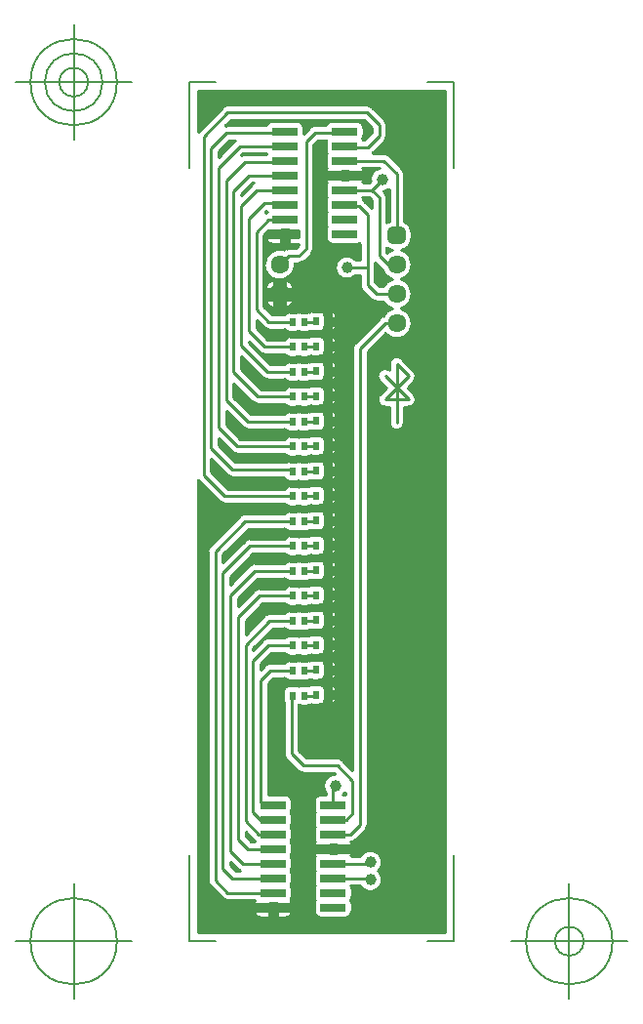
<source format=gbr>
G04 Generated by Ultiboard 14.2 *
%FSLAX34Y34*%
%MOMM*%

%ADD10C,0.0001*%
%ADD11C,0.2540*%
%ADD12C,0.1270*%
%ADD13C,1.0000*%
%ADD14R,2.2000X0.7000*%
%ADD15R,0.6100X0.6800*%
%ADD16C,1.6088*%
%ADD17R,0.5291X0.5291*%
%ADD18C,0.9949*%


G04 ColorRGB 00FF00 for the following layer *
%LNCopper Top*%
%LPD*%
G54D10*
G36*
X80409Y454722D02*
X80409Y454722D01*
X50966Y454722D01*
X36291Y469396D01*
X36291Y481489D01*
X43075Y474705D01*
X43075Y474705D01*
X52677Y465103D01*
G75*
D01*
G03X57329Y463178I4647J4647*
G01*
X57329Y463178D01*
X80409Y463178D01*
G75*
D01*
G03X84650Y461055I4241J3172*
G01*
X84650Y461055D01*
X90750Y461055D01*
G74*
D01*
G03X92600Y461388I0J5295*
G01*
G75*
D01*
G03X94450Y461055I1850J4962*
G01*
X94450Y461055D01*
X100550Y461055D01*
G74*
D01*
G03X103323Y461839I0J5295*
G01*
G75*
D01*
G03X104550Y461695I1227J5151*
G01*
X104550Y461695D01*
X110650Y461695D01*
G74*
D01*
G03X112500Y462028I0J5295*
G01*
G75*
D01*
G03X114350Y461695I1850J4962*
G01*
X114350Y461695D01*
X114441Y461695D01*
X114441Y463292D01*
G75*
D01*
G03X115945Y466990I-3791J3698*
G01*
X115945Y466990D01*
X115945Y473790D01*
G74*
D01*
G03X114441Y477488I5295J0*
G01*
X114441Y477488D01*
X114441Y479085D01*
X114350Y479085D01*
G75*
D01*
G03X112500Y478752I0J-5295*
G01*
G74*
D01*
G03X110650Y479085I1850J4962*
G01*
X110650Y479085D01*
X104550Y479085D01*
G75*
D01*
G03X101777Y478301I0J-5295*
G01*
G74*
D01*
G03X100550Y478445I1227J5151*
G01*
X100550Y478445D01*
X94450Y478445D01*
G75*
D01*
G03X92600Y478112I0J-5295*
G01*
G74*
D01*
G03X90750Y478445I1850J4962*
G01*
X90750Y478445D01*
X84650Y478445D01*
G75*
D01*
G03X80409Y476322I0J-5295*
G01*
X80409Y476322D01*
X60046Y476322D01*
X42831Y493536D01*
X42831Y504518D01*
X60646Y486703D01*
G75*
D01*
G03X65301Y484778I4647J4647*
G01*
X65301Y484778D01*
X80409Y484778D01*
G75*
D01*
G03X84650Y482655I4241J3172*
G01*
X84650Y482655D01*
X90750Y482655D01*
G74*
D01*
G03X92600Y482988I0J5295*
G01*
G75*
D01*
G03X94450Y482655I1850J4962*
G01*
X94450Y482655D01*
X100550Y482655D01*
G74*
D01*
G03X103323Y483439I0J5295*
G01*
G75*
D01*
G03X104550Y483295I1227J5151*
G01*
X104550Y483295D01*
X110650Y483295D01*
G74*
D01*
G03X112500Y483628I0J5295*
G01*
G75*
D01*
G03X114350Y483295I1850J4962*
G01*
X114350Y483295D01*
X114441Y483295D01*
X114441Y484892D01*
G75*
D01*
G03X115945Y488590I-3791J3698*
G01*
X115945Y488590D01*
X115945Y495390D01*
G74*
D01*
G03X114441Y499088I5295J0*
G01*
X114441Y499088D01*
X114441Y500685D01*
X114350Y500685D01*
G75*
D01*
G03X112500Y500352I0J-5295*
G01*
G74*
D01*
G03X110650Y500685I1850J4962*
G01*
X110650Y500685D01*
X104550Y500685D01*
G75*
D01*
G03X101777Y499901I0J-5295*
G01*
G74*
D01*
G03X100550Y500045I1227J5151*
G01*
X100550Y500045D01*
X94450Y500045D01*
G75*
D01*
G03X92600Y499712I0J-5295*
G01*
G74*
D01*
G03X90750Y500045I1850J4962*
G01*
X90750Y500045D01*
X84650Y500045D01*
G75*
D01*
G03X80409Y497922I0J-5295*
G01*
X80409Y497922D01*
X68015Y497922D01*
X49371Y516565D01*
X49371Y517386D01*
X58455Y508303D01*
G75*
D01*
G03X63110Y506378I4646J4647*
G01*
X63110Y506378D01*
X80409Y506378D01*
G75*
D01*
G03X84650Y504255I4241J3172*
G01*
X84650Y504255D01*
X90750Y504255D01*
G74*
D01*
G03X92600Y504588I0J5295*
G01*
G75*
D01*
G03X94450Y504255I1850J4962*
G01*
X94450Y504255D01*
X100550Y504255D01*
G74*
D01*
G03X103323Y505039I0J5295*
G01*
G75*
D01*
G03X104550Y504895I1227J5151*
G01*
X104550Y504895D01*
X110650Y504895D01*
G74*
D01*
G03X112500Y505228I0J5295*
G01*
G75*
D01*
G03X114350Y504895I1850J4962*
G01*
X114350Y504895D01*
X114441Y504895D01*
X114441Y506492D01*
G75*
D01*
G03X115945Y510190I-3791J3698*
G01*
X115945Y510190D01*
X115945Y516990D01*
G74*
D01*
G03X114441Y520688I5295J0*
G01*
X114441Y520688D01*
X114441Y522285D01*
X114350Y522285D01*
G75*
D01*
G03X112500Y521952I0J-5295*
G01*
G74*
D01*
G03X110650Y522285I1850J4962*
G01*
X110650Y522285D01*
X104550Y522285D01*
G75*
D01*
G03X101777Y521501I0J-5295*
G01*
G74*
D01*
G03X100550Y521645I1227J5151*
G01*
X100550Y521645D01*
X94450Y521645D01*
G75*
D01*
G03X92600Y521312I0J-5295*
G01*
G74*
D01*
G03X90750Y521645I1850J4962*
G01*
X90750Y521645D01*
X84650Y521645D01*
G75*
D01*
G03X80409Y519522I0J-5295*
G01*
X80409Y519522D01*
X65824Y519522D01*
X55911Y529434D01*
X55911Y536129D01*
X62137Y529903D01*
G75*
D01*
G03X66792Y527978I4647J4647*
G01*
X66792Y527978D01*
X80409Y527978D01*
G75*
D01*
G03X84650Y525855I4241J3172*
G01*
X84650Y525855D01*
X90750Y525855D01*
G74*
D01*
G03X92600Y526188I0J5295*
G01*
G75*
D01*
G03X94450Y525855I1850J4962*
G01*
X94450Y525855D01*
X100550Y525855D01*
G74*
D01*
G03X103323Y526639I0J5295*
G01*
G75*
D01*
G03X104550Y526495I1227J5151*
G01*
X104550Y526495D01*
X110650Y526495D01*
G74*
D01*
G03X112500Y526828I0J5295*
G01*
G75*
D01*
G03X114350Y526495I1850J4962*
G01*
X114350Y526495D01*
X114441Y526495D01*
X114441Y528092D01*
G75*
D01*
G03X115945Y531790I-3791J3698*
G01*
X115945Y531790D01*
X115945Y538590D01*
G74*
D01*
G03X114441Y542288I5295J0*
G01*
X114441Y542288D01*
X114441Y543885D01*
X114350Y543885D01*
G75*
D01*
G03X112500Y543552I0J-5295*
G01*
G74*
D01*
G03X110650Y543885I1850J4962*
G01*
X110650Y543885D01*
X104550Y543885D01*
G75*
D01*
G03X101777Y543101I0J-5295*
G01*
G74*
D01*
G03X100550Y543245I1227J5151*
G01*
X100550Y543245D01*
X94450Y543245D01*
G75*
D01*
G03X92600Y542912I0J-5295*
G01*
G74*
D01*
G03X90750Y543245I1850J4962*
G01*
X90750Y543245D01*
X84650Y543245D01*
G75*
D01*
G03X80409Y541122I0J-5295*
G01*
X80409Y541122D01*
X69506Y541122D01*
X62451Y548176D01*
X62451Y609944D01*
X66496Y613989D01*
X77561Y613989D01*
X77561Y614775D01*
X83799Y614775D01*
X83799Y613989D01*
X92488Y613989D01*
X92488Y607751D01*
X83799Y607751D01*
X83799Y602075D01*
X91680Y602075D01*
G74*
D01*
G03X92488Y602137I0J5295*
G01*
X92488Y602137D01*
X92488Y600892D01*
X89988Y598392D01*
X83820Y598392D01*
G75*
D01*
G03X82493Y598256I0J-6572*
G01*
G74*
D01*
G03X79800Y597018I1327J6436*
G01*
G75*
D01*
G03X89473Y585248I-3600J-12818*
G01*
X89473Y585248D01*
X92710Y585248D01*
G74*
D01*
G03X97364Y587180I0J6572*
G01*
X97364Y587180D01*
X103700Y593516D01*
G75*
D01*
G03X105632Y598170I-4640J4654*
G01*
X105632Y598170D01*
X105632Y688158D01*
X109402Y691928D01*
X116562Y691928D01*
G74*
D01*
G03X116385Y690570I5118J1358*
G01*
X116385Y690570D01*
X116385Y683570D01*
G75*
D01*
G03X117217Y680720I5295J0*
G01*
G74*
D01*
G03X116385Y677870I4463J2850*
G01*
X116385Y677870D01*
X116385Y670870D01*
G75*
D01*
G03X117217Y668020I5295J0*
G01*
G74*
D01*
G03X116385Y665170I4463J2850*
G01*
X116385Y665170D01*
X116385Y664789D01*
X129561Y664789D01*
X129561Y665575D01*
X135799Y665575D01*
X135799Y664789D01*
X148975Y664789D01*
X148975Y665170D01*
G74*
D01*
G03X148277Y667798I5295J0*
G01*
X148277Y667798D01*
X162511Y667798D01*
G75*
D01*
G03X154873Y656926I2589J-9938*
G01*
X154873Y656926D01*
X153488Y655542D01*
X148277Y655542D01*
G75*
D01*
G03X148975Y658170I-4597J2628*
G01*
X148975Y658170D01*
X148975Y658551D01*
X135799Y658551D01*
X135799Y657765D01*
X129561Y657765D01*
X129561Y658551D01*
X116385Y658551D01*
X116385Y658170D01*
G75*
D01*
G03X117217Y655320I5295J0*
G01*
G74*
D01*
G03X116385Y652470I4463J2850*
G01*
X116385Y652470D01*
X116385Y645470D01*
G75*
D01*
G03X117217Y642620I5295J0*
G01*
G74*
D01*
G03X116385Y639770I4463J2850*
G01*
X116385Y639770D01*
X116385Y632770D01*
G75*
D01*
G03X117217Y629920I5295J0*
G01*
G74*
D01*
G03X116385Y627070I4463J2850*
G01*
X116385Y627070D01*
X116385Y620070D01*
G75*
D01*
G03X117217Y617220I5295J0*
G01*
G74*
D01*
G03X116385Y614370I4463J2850*
G01*
X116385Y614370D01*
X116385Y607370D01*
G75*
D01*
G03X121680Y602075I5295J0*
G01*
X121680Y602075D01*
X143680Y602075D01*
G74*
D01*
G03X145828Y602530I0J5295*
G01*
X145828Y602530D01*
X145828Y588232D01*
X142512Y588232D01*
G75*
D01*
G03X142512Y575088I-7892J-6572*
G01*
X142512Y575088D01*
X145828Y575088D01*
X145828Y566430D01*
G75*
D01*
G03X147753Y561773I6572J-10*
G01*
X147753Y561773D01*
X155373Y554153D01*
G75*
D01*
G03X160028Y552228I4647J4647*
G01*
X160028Y552228D01*
X166221Y552228D01*
G74*
D01*
G03X173803Y546100I11579J6572*
G01*
G74*
D01*
G03X166122Y539794I3997J12700*
G01*
G74*
D01*
G03X165888Y539734I1518J6394*
G01*
G74*
D01*
G03X162993Y538047I1752J6334*
G01*
X162993Y538047D01*
X141403Y516457D01*
G75*
D01*
G03X139478Y511797I4647J-4647*
G01*
X139478Y511797D01*
X139478Y145741D01*
X130720Y154500D01*
G74*
D01*
G03X128157Y156090I4654J4640*
G01*
G75*
D01*
G03X126058Y156432I-2091J-6230*
G01*
X126058Y156432D01*
X99242Y156432D01*
X92932Y162742D01*
X92932Y202077D01*
G75*
D01*
G03X94450Y201855I1518J5073*
G01*
X94450Y201855D01*
X100550Y201855D01*
G74*
D01*
G03X103323Y202639I0J5295*
G01*
G75*
D01*
G03X104550Y202495I1227J5151*
G01*
X104550Y202495D01*
X110650Y202495D01*
G74*
D01*
G03X112500Y202828I0J5295*
G01*
G75*
D01*
G03X114350Y202495I1850J4962*
G01*
X114350Y202495D01*
X114441Y202495D01*
X114441Y204092D01*
G75*
D01*
G03X115945Y207790I-3791J3698*
G01*
X115945Y207790D01*
X115945Y214590D01*
G74*
D01*
G03X114441Y218288I5295J0*
G01*
X114441Y218288D01*
X114441Y219885D01*
X114350Y219885D01*
G75*
D01*
G03X112500Y219552I0J-5295*
G01*
G74*
D01*
G03X110650Y219885I1850J4962*
G01*
X110650Y219885D01*
X104550Y219885D01*
G75*
D01*
G03X101777Y219101I0J-5295*
G01*
G74*
D01*
G03X100550Y219245I1227J5151*
G01*
X100550Y219245D01*
X94450Y219245D01*
G75*
D01*
G03X92600Y218912I0J-5295*
G01*
G74*
D01*
G03X90750Y219245I1850J4962*
G01*
X90750Y219245D01*
X84650Y219245D01*
G75*
D01*
G03X79355Y213950I0J-5295*
G01*
X79355Y213950D01*
X79355Y207150D01*
G75*
D01*
G03X79788Y205051I5295J0*
G01*
X79788Y205051D01*
X79788Y160033D01*
G75*
D01*
G03X81713Y155373I6572J-13*
G01*
X81713Y155373D01*
X91873Y145213D01*
G74*
D01*
G03X94883Y143496I4647J4647*
G01*
G75*
D01*
G03X96520Y143288I1637J6364*
G01*
X96520Y143288D01*
X123344Y143288D01*
X124284Y142348D01*
G75*
D01*
G03X115948Y126333I176J-10268*
G01*
X115948Y126333D01*
X115948Y124365D01*
X111520Y124365D01*
G75*
D01*
G03X106225Y119070I0J-5295*
G01*
X106225Y119070D01*
X106225Y112070D01*
G75*
D01*
G03X107057Y109220I5295J0*
G01*
G74*
D01*
G03X106225Y106370I4463J2850*
G01*
X106225Y106370D01*
X106225Y99370D01*
G75*
D01*
G03X107057Y96520I5295J0*
G01*
G74*
D01*
G03X106225Y93670I4463J2850*
G01*
X106225Y93670D01*
X106225Y86670D01*
G75*
D01*
G03X107057Y83820I5295J0*
G01*
G74*
D01*
G03X106225Y80970I4463J2850*
G01*
X106225Y80970D01*
X106225Y80589D01*
X119401Y80589D01*
X119401Y81375D01*
X125639Y81375D01*
X125639Y80589D01*
X138815Y80589D01*
X138815Y80970D01*
G74*
D01*
G03X138109Y83612I5295J0*
G01*
G74*
D01*
G03X140149Y84077I423J6558*
G01*
G74*
D01*
G03X142340Y85530I2463J6093*
G01*
X142340Y85530D01*
X150690Y93880D01*
G75*
D01*
G03X152622Y98534I-4640J4654*
G01*
X152622Y98534D01*
X152622Y509088D01*
X167962Y524429D01*
G75*
D01*
G03X181797Y546100I9838J8971*
G01*
G75*
D01*
G03X181797Y571500I-3997J12700*
G01*
G75*
D01*
G03X182113Y596796I-3997J12700*
G01*
G75*
D01*
G03X190740Y606955I-1668J10159*
G01*
X190740Y606955D01*
X190740Y612245D01*
G74*
D01*
G03X184372Y621761I10295J0*
G01*
X184372Y621761D01*
X184372Y662940D01*
G74*
D01*
G03X182440Y667594I6572J0*
G01*
X182440Y667594D01*
X171024Y679010D01*
G74*
D01*
G03X166370Y680942I4654J4640*
G01*
X166370Y680942D01*
X156825Y680942D01*
G74*
D01*
G03X157054Y681160I4425J4858*
G01*
X157054Y681160D01*
X167200Y691306D01*
G75*
D01*
G03X169132Y695960I-4640J4654*
G01*
X169132Y695960D01*
X169132Y705376D01*
G74*
D01*
G03X167200Y710030I6572J0*
G01*
X167200Y710030D01*
X162525Y714705D01*
X156310Y720920D01*
G74*
D01*
G03X151656Y722852I4654J4640*
G01*
X151656Y722852D01*
X31169Y722852D01*
G75*
D01*
G03X26517Y720927I-5J-6572*
G01*
X26517Y720927D01*
X20294Y714705D01*
X20294Y714705D01*
X5453Y699863D01*
G74*
D01*
G03X5295Y699700I4647J4647*
G01*
X5295Y699700D01*
X5295Y734705D01*
X219705Y734705D01*
X219705Y5295D01*
X5295Y5295D01*
X5295Y397390D01*
G74*
D01*
G03X5453Y397227I4805J4484*
G01*
X5453Y397227D01*
X23977Y378703D01*
G75*
D01*
G03X28630Y376778I4647J4647*
G01*
X28630Y376778D01*
X80409Y376778D01*
G75*
D01*
G03X84650Y374655I4241J3172*
G01*
X84650Y374655D01*
X90750Y374655D01*
G74*
D01*
G03X92600Y374988I0J5295*
G01*
G75*
D01*
G03X94450Y374655I1850J4962*
G01*
X94450Y374655D01*
X100550Y374655D01*
G74*
D01*
G03X103323Y375439I0J5295*
G01*
G75*
D01*
G03X104550Y375295I1227J5151*
G01*
X104550Y375295D01*
X110650Y375295D01*
G74*
D01*
G03X112500Y375628I0J5295*
G01*
G75*
D01*
G03X114350Y375295I1850J4962*
G01*
X114350Y375295D01*
X114441Y375295D01*
X114441Y376892D01*
G75*
D01*
G03X115945Y380590I-3791J3698*
G01*
X115945Y380590D01*
X115945Y387390D01*
G74*
D01*
G03X114441Y391088I5295J0*
G01*
X114441Y391088D01*
X114441Y392685D01*
X114350Y392685D01*
G75*
D01*
G03X112500Y392352I0J-5295*
G01*
G74*
D01*
G03X110650Y392685I1850J4962*
G01*
X110650Y392685D01*
X104550Y392685D01*
G75*
D01*
G03X101777Y391901I0J-5295*
G01*
G74*
D01*
G03X100550Y392045I1227J5151*
G01*
X100550Y392045D01*
X94450Y392045D01*
G75*
D01*
G03X92600Y391712I0J-5295*
G01*
G74*
D01*
G03X90750Y392045I1850J4962*
G01*
X90750Y392045D01*
X84650Y392045D01*
G75*
D01*
G03X80409Y389922I0J-5295*
G01*
X80409Y389922D01*
X31346Y389922D01*
X16671Y404596D01*
X16671Y415599D01*
X30517Y401753D01*
G75*
D01*
G03X35170Y399828I4647J4647*
G01*
X35170Y399828D01*
X79642Y399828D01*
G75*
D01*
G03X84650Y396255I5008J1722*
G01*
X84650Y396255D01*
X90750Y396255D01*
G74*
D01*
G03X92600Y396588I0J5295*
G01*
G75*
D01*
G03X94450Y396255I1850J4962*
G01*
X94450Y396255D01*
X100550Y396255D01*
G74*
D01*
G03X103323Y397039I0J5295*
G01*
G75*
D01*
G03X104550Y396895I1227J5151*
G01*
X104550Y396895D01*
X110650Y396895D01*
G74*
D01*
G03X112500Y397228I0J5295*
G01*
G75*
D01*
G03X114350Y396895I1850J4962*
G01*
X114350Y396895D01*
X114441Y396895D01*
X114441Y398492D01*
G75*
D01*
G03X115945Y402190I-3791J3698*
G01*
X115945Y402190D01*
X115945Y408990D01*
G74*
D01*
G03X114441Y412688I5295J0*
G01*
X114441Y412688D01*
X114441Y414285D01*
X114350Y414285D01*
G75*
D01*
G03X112500Y413952I0J-5295*
G01*
G74*
D01*
G03X110650Y414285I1850J4962*
G01*
X110650Y414285D01*
X104550Y414285D01*
G75*
D01*
G03X101777Y413501I0J-5295*
G01*
G74*
D01*
G03X100550Y413645I1227J5151*
G01*
X100550Y413645D01*
X94450Y413645D01*
G75*
D01*
G03X92600Y413312I0J-5295*
G01*
G74*
D01*
G03X90750Y413645I1850J4962*
G01*
X90750Y413645D01*
X84650Y413645D01*
G75*
D01*
G03X82065Y412972I0J-5295*
G01*
X82065Y412972D01*
X37886Y412972D01*
X23211Y427646D01*
X23211Y433547D01*
X34856Y421903D01*
G75*
D01*
G03X39511Y419978I4646J4647*
G01*
X39511Y419978D01*
X80409Y419978D01*
G75*
D01*
G03X84650Y417855I4241J3172*
G01*
X84650Y417855D01*
X90750Y417855D01*
G74*
D01*
G03X92600Y418188I0J5295*
G01*
G75*
D01*
G03X94450Y417855I1850J4962*
G01*
X94450Y417855D01*
X100550Y417855D01*
G74*
D01*
G03X103323Y418639I0J5295*
G01*
G75*
D01*
G03X104550Y418495I1227J5151*
G01*
X104550Y418495D01*
X110650Y418495D01*
G74*
D01*
G03X112500Y418828I0J5295*
G01*
G75*
D01*
G03X114350Y418495I1850J4962*
G01*
X114350Y418495D01*
X114441Y418495D01*
X114441Y420092D01*
G75*
D01*
G03X115945Y423790I-3791J3698*
G01*
X115945Y423790D01*
X115945Y430590D01*
G74*
D01*
G03X114441Y434288I5295J0*
G01*
X114441Y434288D01*
X114441Y435885D01*
X114350Y435885D01*
G75*
D01*
G03X112500Y435552I0J-5295*
G01*
G74*
D01*
G03X110650Y435885I1850J4962*
G01*
X110650Y435885D01*
X104550Y435885D01*
G75*
D01*
G03X101777Y435101I0J-5295*
G01*
G74*
D01*
G03X100550Y435245I1227J5151*
G01*
X100550Y435245D01*
X94450Y435245D01*
G75*
D01*
G03X92600Y434912I0J-5295*
G01*
G74*
D01*
G03X90750Y435245I1850J4962*
G01*
X90750Y435245D01*
X84650Y435245D01*
G75*
D01*
G03X80409Y433122I0J-5295*
G01*
X80409Y433122D01*
X42225Y433122D01*
X29751Y445595D01*
X29751Y457349D01*
X43597Y443503D01*
G75*
D01*
G03X48250Y441578I4647J4647*
G01*
X48250Y441578D01*
X80409Y441578D01*
G75*
D01*
G03X84650Y439455I4241J3172*
G01*
X84650Y439455D01*
X90750Y439455D01*
G74*
D01*
G03X92600Y439788I0J5295*
G01*
G75*
D01*
G03X94450Y439455I1850J4962*
G01*
X94450Y439455D01*
X100550Y439455D01*
G74*
D01*
G03X103323Y440239I0J5295*
G01*
G75*
D01*
G03X104550Y440095I1227J5151*
G01*
X104550Y440095D01*
X110650Y440095D01*
G74*
D01*
G03X112500Y440428I0J5295*
G01*
G75*
D01*
G03X114350Y440095I1850J4962*
G01*
X114350Y440095D01*
X114441Y440095D01*
X114441Y441692D01*
G75*
D01*
G03X115945Y445390I-3791J3698*
G01*
X115945Y445390D01*
X115945Y452190D01*
G74*
D01*
G03X114441Y455888I5295J0*
G01*
X114441Y455888D01*
X114441Y457485D01*
X114350Y457485D01*
G75*
D01*
G03X112500Y457152I0J-5295*
G01*
G74*
D01*
G03X110650Y457485I1850J4962*
G01*
X110650Y457485D01*
X104550Y457485D01*
G75*
D01*
G03X101777Y456701I0J-5295*
G01*
G74*
D01*
G03X100550Y456845I1227J5151*
G01*
X100550Y456845D01*
X94450Y456845D01*
G75*
D01*
G03X92600Y456512I0J-5295*
G01*
G74*
D01*
G03X90750Y456845I1850J4962*
G01*
X90750Y456845D01*
X84650Y456845D01*
G75*
D01*
G03X80409Y454722I0J-5295*
G01*
D02*
G37*
%LPC*%
G36*
X162993Y472007D02*
G75*
D01*
G03X161634Y464693I4647J-4647*
G01*
G75*
D01*
G03X167640Y460788I6006J2667*
G01*
X167640Y460788D01*
X171228Y460788D01*
X171228Y447040D01*
G75*
D01*
G03X184372Y447040I6572J0*
G01*
X184372Y447040D01*
X184372Y460788D01*
X187960Y460788D01*
G75*
D01*
G03X192600Y472014I0J6572*
G01*
X192600Y472014D01*
X187094Y477520D01*
X192607Y483033D01*
G75*
D01*
G03X192606Y492328I-4647J4647*
G01*
X192606Y492328D01*
X182454Y502480D01*
G74*
D01*
G03X179484Y504192I4654J4640*
G01*
G75*
D01*
G03X171228Y497827I-1684J-6352*
G01*
X171228Y497827D01*
X171228Y493185D01*
G75*
D01*
G03X162993Y483033I-3588J-5505*
G01*
X162993Y483033D01*
X168506Y477520D01*
X165691Y474705D01*
X162993Y472007D01*
D02*
G37*
G36*
X125745Y473790D02*
G74*
D01*
G03X120450Y479085I5295J0*
G01*
X120450Y479085D01*
X120359Y479085D01*
X120359Y473349D01*
X125745Y473349D01*
X125745Y473790D01*
D02*
G37*
G36*
X63277Y236797D02*
X63277Y236797D01*
X59592Y233111D01*
X59592Y238258D01*
X68762Y247428D01*
X80233Y247428D01*
G75*
D01*
G03X84650Y245055I4417J2922*
G01*
X84650Y245055D01*
X90750Y245055D01*
G74*
D01*
G03X92600Y245388I0J5295*
G01*
G75*
D01*
G03X94450Y245055I1850J4962*
G01*
X94450Y245055D01*
X100550Y245055D01*
G74*
D01*
G03X103323Y245839I0J5295*
G01*
G75*
D01*
G03X104550Y245695I1227J5151*
G01*
X104550Y245695D01*
X110650Y245695D01*
G74*
D01*
G03X112500Y246028I0J5295*
G01*
G75*
D01*
G03X114350Y245695I1850J4962*
G01*
X114350Y245695D01*
X114441Y245695D01*
X114441Y247292D01*
G75*
D01*
G03X115945Y250990I-3791J3698*
G01*
X115945Y250990D01*
X115945Y257790D01*
G74*
D01*
G03X114441Y261488I5295J0*
G01*
X114441Y261488D01*
X114441Y263085D01*
X114350Y263085D01*
G75*
D01*
G03X112500Y262752I0J-5295*
G01*
G74*
D01*
G03X110650Y263085I1850J4962*
G01*
X110650Y263085D01*
X104550Y263085D01*
G75*
D01*
G03X101777Y262301I0J-5295*
G01*
G74*
D01*
G03X100550Y262445I1227J5151*
G01*
X100550Y262445D01*
X94450Y262445D01*
G75*
D01*
G03X92600Y262112I0J-5295*
G01*
G74*
D01*
G03X90750Y262445I1850J4962*
G01*
X90750Y262445D01*
X84650Y262445D01*
G75*
D01*
G03X80608Y260572I0J-5295*
G01*
X80608Y260572D01*
X66049Y260572D01*
G75*
D01*
G03X61393Y258647I-9J-6572*
G01*
X61393Y258647D01*
X53052Y250305D01*
X53052Y251564D01*
X70266Y268778D01*
X80409Y268778D01*
G75*
D01*
G03X84650Y266655I4241J3172*
G01*
X84650Y266655D01*
X90750Y266655D01*
G74*
D01*
G03X92600Y266988I0J5295*
G01*
G75*
D01*
G03X94450Y266655I1850J4962*
G01*
X94450Y266655D01*
X100550Y266655D01*
G74*
D01*
G03X103323Y267439I0J5295*
G01*
G75*
D01*
G03X104550Y267295I1227J5151*
G01*
X104550Y267295D01*
X110650Y267295D01*
G74*
D01*
G03X112500Y267628I0J5295*
G01*
G75*
D01*
G03X114350Y267295I1850J4962*
G01*
X114350Y267295D01*
X114441Y267295D01*
X114441Y268892D01*
G75*
D01*
G03X115945Y272590I-3791J3698*
G01*
X115945Y272590D01*
X115945Y279390D01*
G74*
D01*
G03X114441Y283088I5295J0*
G01*
X114441Y283088D01*
X114441Y284685D01*
X114350Y284685D01*
G75*
D01*
G03X112500Y284352I0J-5295*
G01*
G74*
D01*
G03X110650Y284685I1850J4962*
G01*
X110650Y284685D01*
X104550Y284685D01*
G75*
D01*
G03X101777Y283901I0J-5295*
G01*
G74*
D01*
G03X100550Y284045I1227J5151*
G01*
X100550Y284045D01*
X94450Y284045D01*
G75*
D01*
G03X92600Y283712I0J-5295*
G01*
G74*
D01*
G03X90750Y284045I1850J4962*
G01*
X90750Y284045D01*
X84650Y284045D01*
G75*
D01*
G03X80409Y281922I0J-5295*
G01*
X80409Y281922D01*
X67550Y281922D01*
G75*
D01*
G03X62897Y279997I-6J-6572*
G01*
X62897Y279997D01*
X46512Y263611D01*
X46512Y275704D01*
X61186Y290378D01*
X80409Y290378D01*
G75*
D01*
G03X84650Y288255I4241J3172*
G01*
X84650Y288255D01*
X90750Y288255D01*
G74*
D01*
G03X92600Y288588I0J5295*
G01*
G75*
D01*
G03X94450Y288255I1850J4962*
G01*
X94450Y288255D01*
X100550Y288255D01*
G74*
D01*
G03X103323Y289039I0J5295*
G01*
G75*
D01*
G03X104550Y288895I1227J5151*
G01*
X104550Y288895D01*
X110650Y288895D01*
G74*
D01*
G03X112500Y289228I0J5295*
G01*
G75*
D01*
G03X114350Y288895I1850J4962*
G01*
X114350Y288895D01*
X114441Y288895D01*
X114441Y290492D01*
G75*
D01*
G03X115945Y294190I-3791J3698*
G01*
X115945Y294190D01*
X115945Y300990D01*
G74*
D01*
G03X114441Y304688I5295J0*
G01*
X114441Y304688D01*
X114441Y306285D01*
X114350Y306285D01*
G75*
D01*
G03X112500Y305952I0J-5295*
G01*
G74*
D01*
G03X110650Y306285I1850J4962*
G01*
X110650Y306285D01*
X104550Y306285D01*
G75*
D01*
G03X101777Y305501I0J-5295*
G01*
G74*
D01*
G03X100550Y305645I1227J5151*
G01*
X100550Y305645D01*
X94450Y305645D01*
G75*
D01*
G03X92600Y305312I0J-5295*
G01*
G74*
D01*
G03X90750Y305645I1850J4962*
G01*
X90750Y305645D01*
X84650Y305645D01*
G75*
D01*
G03X80409Y303522I0J-5295*
G01*
X80409Y303522D01*
X58470Y303522D01*
G75*
D01*
G03X53817Y301597I-6J-6572*
G01*
X53817Y301597D01*
X39972Y287751D01*
X39972Y294764D01*
X57186Y311978D01*
X80409Y311978D01*
G75*
D01*
G03X84650Y309855I4241J3172*
G01*
X84650Y309855D01*
X90750Y309855D01*
G74*
D01*
G03X92600Y310188I0J5295*
G01*
G75*
D01*
G03X94450Y309855I1850J4962*
G01*
X94450Y309855D01*
X100550Y309855D01*
G74*
D01*
G03X103323Y310639I0J5295*
G01*
G75*
D01*
G03X104550Y310495I1227J5151*
G01*
X104550Y310495D01*
X110650Y310495D01*
G74*
D01*
G03X112500Y310828I0J5295*
G01*
G75*
D01*
G03X114350Y310495I1850J4962*
G01*
X114350Y310495D01*
X114441Y310495D01*
X114441Y312092D01*
G75*
D01*
G03X115945Y315790I-3791J3698*
G01*
X115945Y315790D01*
X115945Y322590D01*
G74*
D01*
G03X114441Y326288I5295J0*
G01*
X114441Y326288D01*
X114441Y327885D01*
X114350Y327885D01*
G75*
D01*
G03X112500Y327552I0J-5295*
G01*
G74*
D01*
G03X110650Y327885I1850J4962*
G01*
X110650Y327885D01*
X104550Y327885D01*
G75*
D01*
G03X101777Y327101I0J-5295*
G01*
G74*
D01*
G03X100550Y327245I1227J5151*
G01*
X100550Y327245D01*
X94450Y327245D01*
G75*
D01*
G03X92600Y326912I0J-5295*
G01*
G74*
D01*
G03X90750Y327245I1850J4962*
G01*
X90750Y327245D01*
X84650Y327245D01*
G75*
D01*
G03X80409Y325122I0J-5295*
G01*
X80409Y325122D01*
X54470Y325122D01*
G75*
D01*
G03X49817Y323197I-6J-6572*
G01*
X49817Y323197D01*
X33432Y306811D01*
X33432Y313824D01*
X53186Y333578D01*
X80409Y333578D01*
G75*
D01*
G03X84650Y331455I4241J3172*
G01*
X84650Y331455D01*
X90750Y331455D01*
G74*
D01*
G03X92600Y331788I0J5295*
G01*
G75*
D01*
G03X94450Y331455I1850J4962*
G01*
X94450Y331455D01*
X100550Y331455D01*
G74*
D01*
G03X103323Y332239I0J5295*
G01*
G75*
D01*
G03X104550Y332095I1227J5151*
G01*
X104550Y332095D01*
X110650Y332095D01*
G74*
D01*
G03X112500Y332428I0J5295*
G01*
G75*
D01*
G03X114350Y332095I1850J4962*
G01*
X114350Y332095D01*
X114441Y332095D01*
X114441Y333692D01*
G75*
D01*
G03X115945Y337390I-3791J3698*
G01*
X115945Y337390D01*
X115945Y344190D01*
G74*
D01*
G03X114441Y347888I5295J0*
G01*
X114441Y347888D01*
X114441Y349485D01*
X114350Y349485D01*
G75*
D01*
G03X112500Y349152I0J-5295*
G01*
G74*
D01*
G03X110650Y349485I1850J4962*
G01*
X110650Y349485D01*
X104550Y349485D01*
G75*
D01*
G03X101777Y348701I0J-5295*
G01*
G74*
D01*
G03X100550Y348845I1227J5151*
G01*
X100550Y348845D01*
X94450Y348845D01*
G75*
D01*
G03X92600Y348512I0J-5295*
G01*
G74*
D01*
G03X90750Y348845I1850J4962*
G01*
X90750Y348845D01*
X84650Y348845D01*
G75*
D01*
G03X80409Y346722I0J-5295*
G01*
X80409Y346722D01*
X50468Y346722D01*
G75*
D01*
G03X45817Y344797I-4J-6572*
G01*
X45817Y344797D01*
X26892Y325871D01*
X26892Y332884D01*
X49186Y355178D01*
X80409Y355178D01*
G75*
D01*
G03X84650Y353055I4241J3172*
G01*
X84650Y353055D01*
X90750Y353055D01*
G74*
D01*
G03X92600Y353388I0J5295*
G01*
G75*
D01*
G03X94450Y353055I1850J4962*
G01*
X94450Y353055D01*
X100550Y353055D01*
G74*
D01*
G03X103323Y353839I0J5295*
G01*
G75*
D01*
G03X104550Y353695I1227J5151*
G01*
X104550Y353695D01*
X110650Y353695D01*
G74*
D01*
G03X112500Y354028I0J5295*
G01*
G75*
D01*
G03X114350Y353695I1850J4962*
G01*
X114350Y353695D01*
X114441Y353695D01*
X114441Y355292D01*
G75*
D01*
G03X115945Y358990I-3791J3698*
G01*
X115945Y358990D01*
X115945Y365790D01*
G74*
D01*
G03X114441Y369488I5295J0*
G01*
X114441Y369488D01*
X114441Y371085D01*
X114350Y371085D01*
G75*
D01*
G03X112500Y370752I0J-5295*
G01*
G74*
D01*
G03X110650Y371085I1850J4962*
G01*
X110650Y371085D01*
X104550Y371085D01*
G75*
D01*
G03X101777Y370301I0J-5295*
G01*
G74*
D01*
G03X100550Y370445I1227J5151*
G01*
X100550Y370445D01*
X94450Y370445D01*
G75*
D01*
G03X92600Y370112I0J-5295*
G01*
G74*
D01*
G03X90750Y370445I1850J4962*
G01*
X90750Y370445D01*
X84650Y370445D01*
G75*
D01*
G03X80409Y368322I0J-5295*
G01*
X80409Y368322D01*
X46467Y368322D01*
G75*
D01*
G03X41817Y366397I-3J-6572*
G01*
X41817Y366397D01*
X15673Y340253D01*
G75*
D01*
G03X13748Y335599I4647J-4647*
G01*
X13748Y335599D01*
X13748Y50285D01*
G75*
D01*
G03X15673Y45627I6572J-11*
G01*
X15673Y45627D01*
X26577Y34723D01*
G75*
D01*
G03X31233Y32798I4647J4647*
G01*
X31233Y32798D01*
X54923Y32798D01*
G74*
D01*
G03X54225Y30170I4597J2628*
G01*
X54225Y30170D01*
X54225Y29789D01*
X67401Y29789D01*
X67401Y30575D01*
X73639Y30575D01*
X73639Y29789D01*
X86815Y29789D01*
X86815Y30170D01*
G74*
D01*
G03X85983Y33020I5295J0*
G01*
G75*
D01*
G03X86815Y35870I-4463J2850*
G01*
X86815Y35870D01*
X86815Y42870D01*
G74*
D01*
G03X85983Y45720I5295J0*
G01*
G75*
D01*
G03X86815Y48570I-4463J2850*
G01*
X86815Y48570D01*
X86815Y55570D01*
G74*
D01*
G03X85983Y58420I5295J0*
G01*
G75*
D01*
G03X86815Y61270I-4463J2850*
G01*
X86815Y61270D01*
X86815Y68270D01*
G74*
D01*
G03X85983Y71120I5295J0*
G01*
G75*
D01*
G03X86815Y73970I-4463J2850*
G01*
X86815Y73970D01*
X86815Y80970D01*
G74*
D01*
G03X85983Y83820I5295J0*
G01*
G75*
D01*
G03X86815Y86670I-4463J2850*
G01*
X86815Y86670D01*
X86815Y93670D01*
G74*
D01*
G03X85983Y96520I5295J0*
G01*
G75*
D01*
G03X86815Y99370I-4463J2850*
G01*
X86815Y99370D01*
X86815Y106370D01*
G74*
D01*
G03X85983Y109220I5295J0*
G01*
G75*
D01*
G03X86815Y112070I-4463J2850*
G01*
X86815Y112070D01*
X86815Y119070D01*
G74*
D01*
G03X81520Y124365I5295J0*
G01*
X81520Y124365D01*
X66132Y124365D01*
X66132Y221064D01*
X70646Y225578D01*
X80409Y225578D01*
G75*
D01*
G03X84650Y223455I4241J3172*
G01*
X84650Y223455D01*
X90750Y223455D01*
G74*
D01*
G03X92600Y223788I0J5295*
G01*
G75*
D01*
G03X94450Y223455I1850J4962*
G01*
X94450Y223455D01*
X100550Y223455D01*
G74*
D01*
G03X103323Y224239I0J5295*
G01*
G75*
D01*
G03X104550Y224095I1227J5151*
G01*
X104550Y224095D01*
X110650Y224095D01*
G74*
D01*
G03X112500Y224428I0J5295*
G01*
G75*
D01*
G03X114350Y224095I1850J4962*
G01*
X114350Y224095D01*
X114441Y224095D01*
X114441Y225692D01*
G75*
D01*
G03X115945Y229390I-3791J3698*
G01*
X115945Y229390D01*
X115945Y236190D01*
G74*
D01*
G03X114441Y239888I5295J0*
G01*
X114441Y239888D01*
X114441Y241485D01*
X114350Y241485D01*
G75*
D01*
G03X112500Y241152I0J-5295*
G01*
G74*
D01*
G03X110650Y241485I1850J4962*
G01*
X110650Y241485D01*
X104550Y241485D01*
G75*
D01*
G03X101777Y240701I0J-5295*
G01*
G74*
D01*
G03X100550Y240845I1227J5151*
G01*
X100550Y240845D01*
X94450Y240845D01*
G75*
D01*
G03X92600Y240512I0J-5295*
G01*
G74*
D01*
G03X90750Y240845I1850J4962*
G01*
X90750Y240845D01*
X84650Y240845D01*
G75*
D01*
G03X80409Y238722I0J-5295*
G01*
X80409Y238722D01*
X67933Y238722D01*
G75*
D01*
G03X63277Y236797I-9J-6572*
G01*
D02*
G37*
G36*
X63445Y554212D02*
G74*
D01*
G03X71612Y546045I10110J1943*
G01*
X71612Y546045D01*
X71612Y554212D01*
X63445Y554212D01*
D02*
G37*
G36*
X64385Y607370D02*
G75*
D01*
G03X69680Y602075I5295J0*
G01*
X69680Y602075D01*
X77561Y602075D01*
X77561Y607751D01*
X64385Y607751D01*
X64385Y607370D01*
D02*
G37*
G36*
X71612Y571555D02*
G74*
D01*
G03X63445Y563388I1943J10110*
G01*
X63445Y563388D01*
X71612Y563388D01*
X71612Y571555D01*
D02*
G37*
G36*
X88955Y563388D02*
G74*
D01*
G03X80788Y571555I10110J1943*
G01*
X80788Y571555D01*
X80788Y563388D01*
X88955Y563388D01*
D02*
G37*
G36*
X80788Y546045D02*
G74*
D01*
G03X88955Y554212I1943J10110*
G01*
X88955Y554212D01*
X80788Y554212D01*
X80788Y546045D01*
D02*
G37*
G36*
X71225Y558800D02*
G75*
D01*
G03X71225Y558800I4975J0*
G01*
D02*
G37*
G36*
X125745Y531790D02*
X125745Y531790D01*
X125745Y532231D01*
X120359Y532231D01*
X120359Y526495D01*
X120450Y526495D01*
G75*
D01*
G03X125745Y531790I0J5295*
G01*
D02*
G37*
G36*
X125745Y538590D02*
G74*
D01*
G03X120450Y543885I5295J0*
G01*
X120450Y543885D01*
X120359Y543885D01*
X120359Y538149D01*
X125745Y538149D01*
X125745Y538590D01*
D02*
G37*
G36*
X125745Y510190D02*
X125745Y510190D01*
X125745Y510631D01*
X120359Y510631D01*
X120359Y504895D01*
X120450Y504895D01*
G75*
D01*
G03X125745Y510190I0J5295*
G01*
D02*
G37*
G36*
X125745Y516990D02*
G74*
D01*
G03X120450Y522285I5295J0*
G01*
X120450Y522285D01*
X120359Y522285D01*
X120359Y516549D01*
X125745Y516549D01*
X125745Y516990D01*
D02*
G37*
G36*
X125745Y488590D02*
X125745Y488590D01*
X125745Y489031D01*
X120359Y489031D01*
X120359Y483295D01*
X120450Y483295D01*
G75*
D01*
G03X125745Y488590I0J5295*
G01*
D02*
G37*
G36*
X125745Y495390D02*
G74*
D01*
G03X120450Y500685I5295J0*
G01*
X120450Y500685D01*
X120359Y500685D01*
X120359Y494949D01*
X125745Y494949D01*
X125745Y495390D01*
D02*
G37*
G36*
X125745Y466990D02*
X125745Y466990D01*
X125745Y467431D01*
X120359Y467431D01*
X120359Y461695D01*
X120450Y461695D01*
G75*
D01*
G03X125745Y466990I0J5295*
G01*
D02*
G37*
G36*
X125745Y445390D02*
X125745Y445390D01*
X125745Y445831D01*
X120359Y445831D01*
X120359Y440095D01*
X120450Y440095D01*
G75*
D01*
G03X125745Y445390I0J5295*
G01*
D02*
G37*
G36*
X125745Y452190D02*
G74*
D01*
G03X120450Y457485I5295J0*
G01*
X120450Y457485D01*
X120359Y457485D01*
X120359Y451749D01*
X125745Y451749D01*
X125745Y452190D01*
D02*
G37*
G36*
X125745Y430590D02*
G74*
D01*
G03X120450Y435885I5295J0*
G01*
X120450Y435885D01*
X120359Y435885D01*
X120359Y430149D01*
X125745Y430149D01*
X125745Y430590D01*
D02*
G37*
G36*
X125745Y408990D02*
G74*
D01*
G03X120450Y414285I5295J0*
G01*
X120450Y414285D01*
X120359Y414285D01*
X120359Y408549D01*
X125745Y408549D01*
X125745Y408990D01*
D02*
G37*
G36*
X125745Y423790D02*
X125745Y423790D01*
X125745Y424231D01*
X120359Y424231D01*
X120359Y418495D01*
X120450Y418495D01*
G75*
D01*
G03X125745Y423790I0J5295*
G01*
D02*
G37*
G36*
X125745Y387390D02*
G74*
D01*
G03X120450Y392685I5295J0*
G01*
X120450Y392685D01*
X120359Y392685D01*
X120359Y386949D01*
X125745Y386949D01*
X125745Y387390D01*
D02*
G37*
G36*
X125745Y402190D02*
X125745Y402190D01*
X125745Y402631D01*
X120359Y402631D01*
X120359Y396895D01*
X120450Y396895D01*
G75*
D01*
G03X125745Y402190I0J5295*
G01*
D02*
G37*
G36*
X125745Y365790D02*
G74*
D01*
G03X120450Y371085I5295J0*
G01*
X120450Y371085D01*
X120359Y371085D01*
X120359Y365349D01*
X125745Y365349D01*
X125745Y365790D01*
D02*
G37*
G36*
X125745Y380590D02*
X125745Y380590D01*
X125745Y381031D01*
X120359Y381031D01*
X120359Y375295D01*
X120450Y375295D01*
G75*
D01*
G03X125745Y380590I0J5295*
G01*
D02*
G37*
G36*
X125745Y358990D02*
X125745Y358990D01*
X125745Y359431D01*
X120359Y359431D01*
X120359Y353695D01*
X120450Y353695D01*
G75*
D01*
G03X125745Y358990I0J5295*
G01*
D02*
G37*
G36*
X125745Y344190D02*
G74*
D01*
G03X120450Y349485I5295J0*
G01*
X120450Y349485D01*
X120359Y349485D01*
X120359Y343749D01*
X125745Y343749D01*
X125745Y344190D01*
D02*
G37*
G36*
X125745Y337390D02*
X125745Y337390D01*
X125745Y337831D01*
X120359Y337831D01*
X120359Y332095D01*
X120450Y332095D01*
G75*
D01*
G03X125745Y337390I0J5295*
G01*
D02*
G37*
G36*
X125745Y322590D02*
G74*
D01*
G03X120450Y327885I5295J0*
G01*
X120450Y327885D01*
X120359Y327885D01*
X120359Y322149D01*
X125745Y322149D01*
X125745Y322590D01*
D02*
G37*
G36*
X125745Y315790D02*
X125745Y315790D01*
X125745Y316231D01*
X120359Y316231D01*
X120359Y310495D01*
X120450Y310495D01*
G75*
D01*
G03X125745Y315790I0J5295*
G01*
D02*
G37*
G36*
X125745Y300990D02*
G74*
D01*
G03X120450Y306285I5295J0*
G01*
X120450Y306285D01*
X120359Y306285D01*
X120359Y300549D01*
X125745Y300549D01*
X125745Y300990D01*
D02*
G37*
G36*
X125745Y294190D02*
X125745Y294190D01*
X125745Y294631D01*
X120359Y294631D01*
X120359Y288895D01*
X120450Y288895D01*
G75*
D01*
G03X125745Y294190I0J5295*
G01*
D02*
G37*
G36*
X125745Y272590D02*
X125745Y272590D01*
X125745Y273031D01*
X120359Y273031D01*
X120359Y267295D01*
X120450Y267295D01*
G75*
D01*
G03X125745Y272590I0J5295*
G01*
D02*
G37*
G36*
X125745Y279390D02*
G74*
D01*
G03X120450Y284685I5295J0*
G01*
X120450Y284685D01*
X120359Y284685D01*
X120359Y278949D01*
X125745Y278949D01*
X125745Y279390D01*
D02*
G37*
G36*
X125745Y250990D02*
X125745Y250990D01*
X125745Y251431D01*
X120359Y251431D01*
X120359Y245695D01*
X120450Y245695D01*
G75*
D01*
G03X125745Y250990I0J5295*
G01*
D02*
G37*
G36*
X125745Y257790D02*
G74*
D01*
G03X120450Y263085I5295J0*
G01*
X120450Y263085D01*
X120359Y263085D01*
X120359Y257349D01*
X125745Y257349D01*
X125745Y257790D01*
D02*
G37*
G36*
X125745Y236190D02*
G74*
D01*
G03X120450Y241485I5295J0*
G01*
X120450Y241485D01*
X120359Y241485D01*
X120359Y235749D01*
X125745Y235749D01*
X125745Y236190D01*
D02*
G37*
G36*
X125745Y229390D02*
X125745Y229390D01*
X125745Y229831D01*
X120359Y229831D01*
X120359Y224095D01*
X120450Y224095D01*
G75*
D01*
G03X125745Y229390I0J5295*
G01*
D02*
G37*
G36*
X125745Y214590D02*
G74*
D01*
G03X120450Y219885I5295J0*
G01*
X120450Y219885D01*
X120359Y219885D01*
X120359Y214149D01*
X125745Y214149D01*
X125745Y214590D01*
D02*
G37*
G36*
X125745Y207790D02*
X125745Y207790D01*
X125745Y208231D01*
X120359Y208231D01*
X120359Y202495D01*
X120450Y202495D01*
G75*
D01*
G03X125745Y207790I0J5295*
G01*
D02*
G37*
G36*
X106225Y73970D02*
G75*
D01*
G03X107057Y71120I5295J0*
G01*
G74*
D01*
G03X106225Y68270I4463J2850*
G01*
X106225Y68270D01*
X106225Y61270D01*
G75*
D01*
G03X107057Y58420I5295J0*
G01*
G74*
D01*
G03X106225Y55570I4463J2850*
G01*
X106225Y55570D01*
X106225Y48570D01*
G75*
D01*
G03X107057Y45720I5295J0*
G01*
G74*
D01*
G03X106225Y42870I4463J2850*
G01*
X106225Y42870D01*
X106225Y35870D01*
G75*
D01*
G03X107057Y33020I5295J0*
G01*
G74*
D01*
G03X106225Y30170I4463J2850*
G01*
X106225Y30170D01*
X106225Y23170D01*
G75*
D01*
G03X111520Y17875I5295J0*
G01*
X111520Y17875D01*
X133520Y17875D01*
G75*
D01*
G03X138815Y23170I0J5295*
G01*
X138815Y23170D01*
X138815Y30170D01*
G74*
D01*
G03X137983Y33020I5295J0*
G01*
G75*
D01*
G03X138815Y35870I-4463J2850*
G01*
X138815Y35870D01*
X138815Y42870D01*
G74*
D01*
G03X138117Y45498I5295J0*
G01*
X138117Y45498D01*
X146144Y45498D01*
G75*
D01*
G03X161825Y58420I8796J5302*
G01*
G75*
D01*
G03X146144Y71342I-6885J7620*
G01*
X146144Y71342D01*
X138117Y71342D01*
G75*
D01*
G03X138815Y73970I-4597J2628*
G01*
X138815Y73970D01*
X138815Y74351D01*
X125639Y74351D01*
X125639Y73565D01*
X119401Y73565D01*
X119401Y74351D01*
X106225Y74351D01*
X106225Y73970D01*
D02*
G37*
G36*
X81520Y17875D02*
G75*
D01*
G03X86815Y23170I0J5295*
G01*
X86815Y23170D01*
X86815Y23551D01*
X73639Y23551D01*
X73639Y17875D01*
X81520Y17875D01*
D02*
G37*
G36*
X54225Y23170D02*
G75*
D01*
G03X59520Y17875I5295J0*
G01*
X59520Y17875D01*
X67401Y17875D01*
X67401Y23551D01*
X54225Y23551D01*
X54225Y23170D01*
D02*
G37*
%LPD*%
G36*
X102033Y703147D02*
G75*
D01*
G02X106688Y705072I4647J-4647*
G01*
X106688Y705072D01*
X116700Y705072D01*
G75*
D01*
G02X121680Y708565I4980J-1802*
G01*
X121680Y708565D01*
X143680Y708565D01*
G74*
D01*
G02X148975Y703270I0J5295*
G01*
X148975Y703270D01*
X148975Y696270D01*
G75*
D01*
G02X148143Y693420I-5295J0*
G01*
G74*
D01*
G02X148660Y692372I4463J2850*
G01*
X148660Y692372D01*
X149678Y692372D01*
X155988Y698682D01*
X155988Y702654D01*
X148934Y709708D01*
X33886Y709708D01*
X29188Y705010D01*
G75*
D01*
G02X30092Y705072I896J-6510*
G01*
X30092Y705072D01*
X64700Y705072D01*
G75*
D01*
G02X69680Y708565I4980J-1802*
G01*
X69680Y708565D01*
X91680Y708565D01*
G74*
D01*
G02X96975Y703270I0J5295*
G01*
X96975Y703270D01*
X96975Y698089D01*
X102033Y703147D01*
D02*
G37*
G36*
X165206Y579880D02*
X165206Y579880D01*
X158972Y586115D01*
X158972Y569142D01*
X162742Y565372D01*
X166221Y565372D01*
G74*
D01*
G02X173803Y571500I11579J6572*
G01*
G74*
D01*
G02X165206Y579880I3997J12700*
G01*
D02*
G37*
G36*
X37057Y691717D02*
G74*
D01*
G02X37278Y691928I4647J4647*
G01*
X37278Y691928D01*
X32806Y691928D01*
X23211Y682334D01*
X23211Y677871D01*
X37057Y691717D01*
D02*
G37*
G36*
X166750Y647723D02*
X166750Y647723D01*
X167200Y647274D01*
G74*
D01*
G02X169132Y642620I4640J4654*
G01*
X169132Y642620D01*
X169132Y620594D01*
G74*
D01*
G02X171228Y621761I6023J8349*
G01*
X171228Y621761D01*
X171228Y649619D01*
G74*
D01*
G02X166750Y647723I6128J8241*
G01*
D02*
G37*
G36*
X53871Y655098D02*
X53871Y655098D01*
X52426Y655098D01*
X42831Y645504D01*
X42831Y644851D01*
X51597Y653617D01*
G74*
D01*
G02X53871Y655098I4647J4647*
G01*
D02*
G37*
G36*
X149434Y639640D02*
X149434Y639640D01*
X155988Y633085D01*
X155988Y639898D01*
X153488Y642398D01*
X148277Y642398D01*
G74*
D01*
G02X148967Y640065I4597J2628*
G01*
G74*
D01*
G02X149434Y639640I4187J5065*
G01*
D02*
G37*
G36*
X53075Y85523D02*
G74*
D01*
G03X54790Y84288I4647J4647*
G01*
G74*
D01*
G03X54923Y84042I4730J2382*
G01*
X54923Y84042D01*
X51195Y84042D01*
X46512Y88725D01*
X46512Y92086D01*
X53075Y85523D01*
D02*
G37*
G36*
X41931Y58642D02*
X41931Y58642D01*
X38115Y58642D01*
X33432Y63325D01*
X33432Y66349D01*
X39657Y60123D01*
G74*
D01*
G03X41931Y58642I4647J4647*
G01*
D02*
G37*
G36*
X43031Y679104D02*
G75*
D01*
G02X45711Y679672I2673J-6004*
G01*
X45711Y679672D01*
X64700Y679672D01*
G74*
D01*
G02X65083Y680498I4980J1802*
G01*
X65083Y680498D01*
X44426Y680498D01*
X43031Y679104D01*
D02*
G37*
G36*
X169132Y598606D02*
X169132Y598606D01*
X169132Y594542D01*
X169260Y594414D01*
G74*
D01*
G02X173487Y596796I8540J10214*
G01*
G74*
D01*
G02X169132Y598606I1668J10159*
G01*
D02*
G37*
G36*
X131239Y124365D02*
G74*
D01*
G03X132938Y126284I6779J7715*
G01*
X132938Y126284D01*
X132938Y124365D01*
X131239Y124365D01*
D02*
G37*
G36*
X64111Y629574D02*
G74*
D01*
G02X65199Y629948I2673J6004*
G01*
G74*
D01*
G02X64942Y630405I4481J2822*
G01*
X64942Y630405D01*
X64111Y629574D01*
D02*
G37*
G54D11*
X162993Y472007D02*
G75*
D01*
G03X161634Y464693I4647J-4647*
G01*
G75*
D01*
G03X167640Y460788I6006J2667*
G01*
X171228Y460788D01*
X171228Y447040D01*
G75*
D01*
G03X184372Y447040I6572J0*
G01*
X184372Y460788D01*
X187960Y460788D01*
G75*
D01*
G03X192600Y472014I0J6572*
G01*
X187094Y477520D01*
X192607Y483033D01*
G75*
D01*
G03X192606Y492328I-4647J4647*
G01*
X182454Y502480D01*
G74*
D01*
G03X179484Y504192I4654J4640*
G01*
G75*
D01*
G03X171228Y497827I-1684J-6352*
G01*
X171228Y493185D01*
G75*
D01*
G03X162993Y483033I-3588J-5505*
G01*
X168506Y477520D01*
X165691Y474705D01*
X162993Y472007D01*
X125745Y473790D02*
G74*
D01*
G03X120450Y479085I5295J0*
G01*
X120359Y479085D01*
X120359Y473349D01*
X125745Y473349D01*
X125745Y473790D01*
X63277Y236797D02*
X59592Y233111D01*
X59592Y238258D01*
X68762Y247428D01*
X80233Y247428D01*
G75*
D01*
G03X84650Y245055I4417J2922*
G01*
X90750Y245055D01*
G74*
D01*
G03X92600Y245388I0J5295*
G01*
G75*
D01*
G03X94450Y245055I1850J4962*
G01*
X100550Y245055D01*
G74*
D01*
G03X103323Y245839I0J5295*
G01*
G75*
D01*
G03X104550Y245695I1227J5151*
G01*
X110650Y245695D01*
G74*
D01*
G03X112500Y246028I0J5295*
G01*
G75*
D01*
G03X114350Y245695I1850J4962*
G01*
X114441Y245695D01*
X114441Y247292D01*
G75*
D01*
G03X115945Y250990I-3791J3698*
G01*
X115945Y257790D01*
G74*
D01*
G03X114441Y261488I5295J0*
G01*
X114441Y263085D01*
X114350Y263085D01*
G75*
D01*
G03X112500Y262752I0J-5295*
G01*
G74*
D01*
G03X110650Y263085I1850J4962*
G01*
X104550Y263085D01*
G75*
D01*
G03X101777Y262301I0J-5295*
G01*
G74*
D01*
G03X100550Y262445I1227J5151*
G01*
X94450Y262445D01*
G75*
D01*
G03X92600Y262112I0J-5295*
G01*
G74*
D01*
G03X90750Y262445I1850J4962*
G01*
X84650Y262445D01*
G75*
D01*
G03X80608Y260572I0J-5295*
G01*
X66049Y260572D01*
G75*
D01*
G03X61393Y258647I-9J-6572*
G01*
X53052Y250305D01*
X53052Y251564D01*
X70266Y268778D01*
X80409Y268778D01*
G75*
D01*
G03X84650Y266655I4241J3172*
G01*
X90750Y266655D01*
G74*
D01*
G03X92600Y266988I0J5295*
G01*
G75*
D01*
G03X94450Y266655I1850J4962*
G01*
X100550Y266655D01*
G74*
D01*
G03X103323Y267439I0J5295*
G01*
G75*
D01*
G03X104550Y267295I1227J5151*
G01*
X110650Y267295D01*
G74*
D01*
G03X112500Y267628I0J5295*
G01*
G75*
D01*
G03X114350Y267295I1850J4962*
G01*
X114441Y267295D01*
X114441Y268892D01*
G75*
D01*
G03X115945Y272590I-3791J3698*
G01*
X115945Y279390D01*
G74*
D01*
G03X114441Y283088I5295J0*
G01*
X114441Y284685D01*
X114350Y284685D01*
G75*
D01*
G03X112500Y284352I0J-5295*
G01*
G74*
D01*
G03X110650Y284685I1850J4962*
G01*
X104550Y284685D01*
G75*
D01*
G03X101777Y283901I0J-5295*
G01*
G74*
D01*
G03X100550Y284045I1227J5151*
G01*
X94450Y284045D01*
G75*
D01*
G03X92600Y283712I0J-5295*
G01*
G74*
D01*
G03X90750Y284045I1850J4962*
G01*
X84650Y284045D01*
G75*
D01*
G03X80409Y281922I0J-5295*
G01*
X67550Y281922D01*
G75*
D01*
G03X62897Y279997I-6J-6572*
G01*
X46512Y263611D01*
X46512Y275704D01*
X61186Y290378D01*
X80409Y290378D01*
G75*
D01*
G03X84650Y288255I4241J3172*
G01*
X90750Y288255D01*
G74*
D01*
G03X92600Y288588I0J5295*
G01*
G75*
D01*
G03X94450Y288255I1850J4962*
G01*
X100550Y288255D01*
G74*
D01*
G03X103323Y289039I0J5295*
G01*
G75*
D01*
G03X104550Y288895I1227J5151*
G01*
X110650Y288895D01*
G74*
D01*
G03X112500Y289228I0J5295*
G01*
G75*
D01*
G03X114350Y288895I1850J4962*
G01*
X114441Y288895D01*
X114441Y290492D01*
G75*
D01*
G03X115945Y294190I-3791J3698*
G01*
X115945Y300990D01*
G74*
D01*
G03X114441Y304688I5295J0*
G01*
X114441Y306285D01*
X114350Y306285D01*
G75*
D01*
G03X112500Y305952I0J-5295*
G01*
G74*
D01*
G03X110650Y306285I1850J4962*
G01*
X104550Y306285D01*
G75*
D01*
G03X101777Y305501I0J-5295*
G01*
G74*
D01*
G03X100550Y305645I1227J5151*
G01*
X94450Y305645D01*
G75*
D01*
G03X92600Y305312I0J-5295*
G01*
G74*
D01*
G03X90750Y305645I1850J4962*
G01*
X84650Y305645D01*
G75*
D01*
G03X80409Y303522I0J-5295*
G01*
X58470Y303522D01*
G75*
D01*
G03X53817Y301597I-6J-6572*
G01*
X39972Y287751D01*
X39972Y294764D01*
X57186Y311978D01*
X80409Y311978D01*
G75*
D01*
G03X84650Y309855I4241J3172*
G01*
X90750Y309855D01*
G74*
D01*
G03X92600Y310188I0J5295*
G01*
G75*
D01*
G03X94450Y309855I1850J4962*
G01*
X100550Y309855D01*
G74*
D01*
G03X103323Y310639I0J5295*
G01*
G75*
D01*
G03X104550Y310495I1227J5151*
G01*
X110650Y310495D01*
G74*
D01*
G03X112500Y310828I0J5295*
G01*
G75*
D01*
G03X114350Y310495I1850J4962*
G01*
X114441Y310495D01*
X114441Y312092D01*
G75*
D01*
G03X115945Y315790I-3791J3698*
G01*
X115945Y322590D01*
G74*
D01*
G03X114441Y326288I5295J0*
G01*
X114441Y327885D01*
X114350Y327885D01*
G75*
D01*
G03X112500Y327552I0J-5295*
G01*
G74*
D01*
G03X110650Y327885I1850J4962*
G01*
X104550Y327885D01*
G75*
D01*
G03X101777Y327101I0J-5295*
G01*
G74*
D01*
G03X100550Y327245I1227J5151*
G01*
X94450Y327245D01*
G75*
D01*
G03X92600Y326912I0J-5295*
G01*
G74*
D01*
G03X90750Y327245I1850J4962*
G01*
X84650Y327245D01*
G75*
D01*
G03X80409Y325122I0J-5295*
G01*
X54470Y325122D01*
G75*
D01*
G03X49817Y323197I-6J-6572*
G01*
X33432Y306811D01*
X33432Y313824D01*
X53186Y333578D01*
X80409Y333578D01*
G75*
D01*
G03X84650Y331455I4241J3172*
G01*
X90750Y331455D01*
G74*
D01*
G03X92600Y331788I0J5295*
G01*
G75*
D01*
G03X94450Y331455I1850J4962*
G01*
X100550Y331455D01*
G74*
D01*
G03X103323Y332239I0J5295*
G01*
G75*
D01*
G03X104550Y332095I1227J5151*
G01*
X110650Y332095D01*
G74*
D01*
G03X112500Y332428I0J5295*
G01*
G75*
D01*
G03X114350Y332095I1850J4962*
G01*
X114441Y332095D01*
X114441Y333692D01*
G75*
D01*
G03X115945Y337390I-3791J3698*
G01*
X115945Y344190D01*
G74*
D01*
G03X114441Y347888I5295J0*
G01*
X114441Y349485D01*
X114350Y349485D01*
G75*
D01*
G03X112500Y349152I0J-5295*
G01*
G74*
D01*
G03X110650Y349485I1850J4962*
G01*
X104550Y349485D01*
G75*
D01*
G03X101777Y348701I0J-5295*
G01*
G74*
D01*
G03X100550Y348845I1227J5151*
G01*
X94450Y348845D01*
G75*
D01*
G03X92600Y348512I0J-5295*
G01*
G74*
D01*
G03X90750Y348845I1850J4962*
G01*
X84650Y348845D01*
G75*
D01*
G03X80409Y346722I0J-5295*
G01*
X50468Y346722D01*
G75*
D01*
G03X45817Y344797I-4J-6572*
G01*
X26892Y325871D01*
X26892Y332884D01*
X49186Y355178D01*
X80409Y355178D01*
G75*
D01*
G03X84650Y353055I4241J3172*
G01*
X90750Y353055D01*
G74*
D01*
G03X92600Y353388I0J5295*
G01*
G75*
D01*
G03X94450Y353055I1850J4962*
G01*
X100550Y353055D01*
G74*
D01*
G03X103323Y353839I0J5295*
G01*
G75*
D01*
G03X104550Y353695I1227J5151*
G01*
X110650Y353695D01*
G74*
D01*
G03X112500Y354028I0J5295*
G01*
G75*
D01*
G03X114350Y353695I1850J4962*
G01*
X114441Y353695D01*
X114441Y355292D01*
G75*
D01*
G03X115945Y358990I-3791J3698*
G01*
X115945Y365790D01*
G74*
D01*
G03X114441Y369488I5295J0*
G01*
X114441Y371085D01*
X114350Y371085D01*
G75*
D01*
G03X112500Y370752I0J-5295*
G01*
G74*
D01*
G03X110650Y371085I1850J4962*
G01*
X104550Y371085D01*
G75*
D01*
G03X101777Y370301I0J-5295*
G01*
G74*
D01*
G03X100550Y370445I1227J5151*
G01*
X94450Y370445D01*
G75*
D01*
G03X92600Y370112I0J-5295*
G01*
G74*
D01*
G03X90750Y370445I1850J4962*
G01*
X84650Y370445D01*
G75*
D01*
G03X80409Y368322I0J-5295*
G01*
X46467Y368322D01*
G75*
D01*
G03X41817Y366397I-3J-6572*
G01*
X15673Y340253D01*
G75*
D01*
G03X13748Y335599I4647J-4647*
G01*
X13748Y50285D01*
G75*
D01*
G03X15673Y45627I6572J-11*
G01*
X26577Y34723D01*
G75*
D01*
G03X31233Y32798I4647J4647*
G01*
X54923Y32798D01*
G74*
D01*
G03X54225Y30170I4597J2628*
G01*
X54225Y29789D01*
X67401Y29789D01*
X67401Y30575D01*
X73639Y30575D01*
X73639Y29789D01*
X86815Y29789D01*
X86815Y30170D01*
G74*
D01*
G03X85983Y33020I5295J0*
G01*
G75*
D01*
G03X86815Y35870I-4463J2850*
G01*
X86815Y42870D01*
G74*
D01*
G03X85983Y45720I5295J0*
G01*
G75*
D01*
G03X86815Y48570I-4463J2850*
G01*
X86815Y55570D01*
G74*
D01*
G03X85983Y58420I5295J0*
G01*
G75*
D01*
G03X86815Y61270I-4463J2850*
G01*
X86815Y68270D01*
G74*
D01*
G03X85983Y71120I5295J0*
G01*
G75*
D01*
G03X86815Y73970I-4463J2850*
G01*
X86815Y80970D01*
G74*
D01*
G03X85983Y83820I5295J0*
G01*
G75*
D01*
G03X86815Y86670I-4463J2850*
G01*
X86815Y93670D01*
G74*
D01*
G03X85983Y96520I5295J0*
G01*
G75*
D01*
G03X86815Y99370I-4463J2850*
G01*
X86815Y106370D01*
G74*
D01*
G03X85983Y109220I5295J0*
G01*
G75*
D01*
G03X86815Y112070I-4463J2850*
G01*
X86815Y119070D01*
G74*
D01*
G03X81520Y124365I5295J0*
G01*
X66132Y124365D01*
X66132Y221064D01*
X70646Y225578D01*
X80409Y225578D01*
G75*
D01*
G03X84650Y223455I4241J3172*
G01*
X90750Y223455D01*
G74*
D01*
G03X92600Y223788I0J5295*
G01*
G75*
D01*
G03X94450Y223455I1850J4962*
G01*
X100550Y223455D01*
G74*
D01*
G03X103323Y224239I0J5295*
G01*
G75*
D01*
G03X104550Y224095I1227J5151*
G01*
X110650Y224095D01*
G74*
D01*
G03X112500Y224428I0J5295*
G01*
G75*
D01*
G03X114350Y224095I1850J4962*
G01*
X114441Y224095D01*
X114441Y225692D01*
G75*
D01*
G03X115945Y229390I-3791J3698*
G01*
X115945Y236190D01*
G74*
D01*
G03X114441Y239888I5295J0*
G01*
X114441Y241485D01*
X114350Y241485D01*
G75*
D01*
G03X112500Y241152I0J-5295*
G01*
G74*
D01*
G03X110650Y241485I1850J4962*
G01*
X104550Y241485D01*
G75*
D01*
G03X101777Y240701I0J-5295*
G01*
G74*
D01*
G03X100550Y240845I1227J5151*
G01*
X94450Y240845D01*
G75*
D01*
G03X92600Y240512I0J-5295*
G01*
G74*
D01*
G03X90750Y240845I1850J4962*
G01*
X84650Y240845D01*
G75*
D01*
G03X80409Y238722I0J-5295*
G01*
X67933Y238722D01*
G75*
D01*
G03X63277Y236797I-9J-6572*
G01*
X63445Y554212D02*
G74*
D01*
G03X71612Y546045I10110J1943*
G01*
X71612Y554212D01*
X63445Y554212D01*
X64385Y607370D02*
G75*
D01*
G03X69680Y602075I5295J0*
G01*
X77561Y602075D01*
X77561Y607751D01*
X64385Y607751D01*
X64385Y607370D01*
X71612Y571555D02*
G74*
D01*
G03X63445Y563388I1943J10110*
G01*
X71612Y563388D01*
X71612Y571555D01*
X88955Y563388D02*
G74*
D01*
G03X80788Y571555I10110J1943*
G01*
X80788Y563388D01*
X88955Y563388D01*
X80788Y546045D02*
G74*
D01*
G03X88955Y554212I1943J10110*
G01*
X80788Y554212D01*
X80788Y546045D01*
X71225Y558800D02*
G75*
D01*
G03X71225Y558800I4975J0*
G01*
X125745Y531790D02*
X125745Y532231D01*
X120359Y532231D01*
X120359Y526495D01*
X120450Y526495D01*
G75*
D01*
G03X125745Y531790I0J5295*
G01*
X125745Y538590D02*
G74*
D01*
G03X120450Y543885I5295J0*
G01*
X120359Y543885D01*
X120359Y538149D01*
X125745Y538149D01*
X125745Y538590D01*
X125745Y510190D02*
X125745Y510631D01*
X120359Y510631D01*
X120359Y504895D01*
X120450Y504895D01*
G75*
D01*
G03X125745Y510190I0J5295*
G01*
X125745Y516990D02*
G74*
D01*
G03X120450Y522285I5295J0*
G01*
X120359Y522285D01*
X120359Y516549D01*
X125745Y516549D01*
X125745Y516990D01*
X125745Y488590D02*
X125745Y489031D01*
X120359Y489031D01*
X120359Y483295D01*
X120450Y483295D01*
G75*
D01*
G03X125745Y488590I0J5295*
G01*
X125745Y495390D02*
G74*
D01*
G03X120450Y500685I5295J0*
G01*
X120359Y500685D01*
X120359Y494949D01*
X125745Y494949D01*
X125745Y495390D01*
X125745Y466990D02*
X125745Y467431D01*
X120359Y467431D01*
X120359Y461695D01*
X120450Y461695D01*
G75*
D01*
G03X125745Y466990I0J5295*
G01*
X125745Y445390D02*
X125745Y445831D01*
X120359Y445831D01*
X120359Y440095D01*
X120450Y440095D01*
G75*
D01*
G03X125745Y445390I0J5295*
G01*
X125745Y452190D02*
G74*
D01*
G03X120450Y457485I5295J0*
G01*
X120359Y457485D01*
X120359Y451749D01*
X125745Y451749D01*
X125745Y452190D01*
X125745Y430590D02*
G74*
D01*
G03X120450Y435885I5295J0*
G01*
X120359Y435885D01*
X120359Y430149D01*
X125745Y430149D01*
X125745Y430590D01*
X125745Y408990D02*
G74*
D01*
G03X120450Y414285I5295J0*
G01*
X120359Y414285D01*
X120359Y408549D01*
X125745Y408549D01*
X125745Y408990D01*
X125745Y423790D02*
X125745Y424231D01*
X120359Y424231D01*
X120359Y418495D01*
X120450Y418495D01*
G75*
D01*
G03X125745Y423790I0J5295*
G01*
X125745Y387390D02*
G74*
D01*
G03X120450Y392685I5295J0*
G01*
X120359Y392685D01*
X120359Y386949D01*
X125745Y386949D01*
X125745Y387390D01*
X125745Y402190D02*
X125745Y402631D01*
X120359Y402631D01*
X120359Y396895D01*
X120450Y396895D01*
G75*
D01*
G03X125745Y402190I0J5295*
G01*
X125745Y365790D02*
G74*
D01*
G03X120450Y371085I5295J0*
G01*
X120359Y371085D01*
X120359Y365349D01*
X125745Y365349D01*
X125745Y365790D01*
X125745Y380590D02*
X125745Y381031D01*
X120359Y381031D01*
X120359Y375295D01*
X120450Y375295D01*
G75*
D01*
G03X125745Y380590I0J5295*
G01*
X125745Y358990D02*
X125745Y359431D01*
X120359Y359431D01*
X120359Y353695D01*
X120450Y353695D01*
G75*
D01*
G03X125745Y358990I0J5295*
G01*
X125745Y344190D02*
G74*
D01*
G03X120450Y349485I5295J0*
G01*
X120359Y349485D01*
X120359Y343749D01*
X125745Y343749D01*
X125745Y344190D01*
X125745Y337390D02*
X125745Y337831D01*
X120359Y337831D01*
X120359Y332095D01*
X120450Y332095D01*
G75*
D01*
G03X125745Y337390I0J5295*
G01*
X125745Y322590D02*
G74*
D01*
G03X120450Y327885I5295J0*
G01*
X120359Y327885D01*
X120359Y322149D01*
X125745Y322149D01*
X125745Y322590D01*
X125745Y315790D02*
X125745Y316231D01*
X120359Y316231D01*
X120359Y310495D01*
X120450Y310495D01*
G75*
D01*
G03X125745Y315790I0J5295*
G01*
X125745Y300990D02*
G74*
D01*
G03X120450Y306285I5295J0*
G01*
X120359Y306285D01*
X120359Y300549D01*
X125745Y300549D01*
X125745Y300990D01*
X125745Y294190D02*
X125745Y294631D01*
X120359Y294631D01*
X120359Y288895D01*
X120450Y288895D01*
G75*
D01*
G03X125745Y294190I0J5295*
G01*
X125745Y272590D02*
X125745Y273031D01*
X120359Y273031D01*
X120359Y267295D01*
X120450Y267295D01*
G75*
D01*
G03X125745Y272590I0J5295*
G01*
X125745Y279390D02*
G74*
D01*
G03X120450Y284685I5295J0*
G01*
X120359Y284685D01*
X120359Y278949D01*
X125745Y278949D01*
X125745Y279390D01*
X125745Y250990D02*
X125745Y251431D01*
X120359Y251431D01*
X120359Y245695D01*
X120450Y245695D01*
G75*
D01*
G03X125745Y250990I0J5295*
G01*
X125745Y257790D02*
G74*
D01*
G03X120450Y263085I5295J0*
G01*
X120359Y263085D01*
X120359Y257349D01*
X125745Y257349D01*
X125745Y257790D01*
X125745Y236190D02*
G74*
D01*
G03X120450Y241485I5295J0*
G01*
X120359Y241485D01*
X120359Y235749D01*
X125745Y235749D01*
X125745Y236190D01*
X125745Y229390D02*
X125745Y229831D01*
X120359Y229831D01*
X120359Y224095D01*
X120450Y224095D01*
G75*
D01*
G03X125745Y229390I0J5295*
G01*
X125745Y214590D02*
G74*
D01*
G03X120450Y219885I5295J0*
G01*
X120359Y219885D01*
X120359Y214149D01*
X125745Y214149D01*
X125745Y214590D01*
X125745Y207790D02*
X125745Y208231D01*
X120359Y208231D01*
X120359Y202495D01*
X120450Y202495D01*
G75*
D01*
G03X125745Y207790I0J5295*
G01*
X106225Y73970D02*
G75*
D01*
G03X107057Y71120I5295J0*
G01*
G74*
D01*
G03X106225Y68270I4463J2850*
G01*
X106225Y61270D01*
G75*
D01*
G03X107057Y58420I5295J0*
G01*
G74*
D01*
G03X106225Y55570I4463J2850*
G01*
X106225Y48570D01*
G75*
D01*
G03X107057Y45720I5295J0*
G01*
G74*
D01*
G03X106225Y42870I4463J2850*
G01*
X106225Y35870D01*
G75*
D01*
G03X107057Y33020I5295J0*
G01*
G74*
D01*
G03X106225Y30170I4463J2850*
G01*
X106225Y23170D01*
G75*
D01*
G03X111520Y17875I5295J0*
G01*
X133520Y17875D01*
G75*
D01*
G03X138815Y23170I0J5295*
G01*
X138815Y30170D01*
G74*
D01*
G03X137983Y33020I5295J0*
G01*
G75*
D01*
G03X138815Y35870I-4463J2850*
G01*
X138815Y42870D01*
G74*
D01*
G03X138117Y45498I5295J0*
G01*
X146144Y45498D01*
G75*
D01*
G03X161825Y58420I8796J5302*
G01*
G75*
D01*
G03X146144Y71342I-6885J7620*
G01*
X138117Y71342D01*
G75*
D01*
G03X138815Y73970I-4597J2628*
G01*
X138815Y74351D01*
X125639Y74351D01*
X125639Y73565D01*
X119401Y73565D01*
X119401Y74351D01*
X106225Y74351D01*
X106225Y73970D01*
X81520Y17875D02*
G75*
D01*
G03X86815Y23170I0J5295*
G01*
X86815Y23551D01*
X73639Y23551D01*
X73639Y17875D01*
X81520Y17875D01*
X54225Y23170D02*
G75*
D01*
G03X59520Y17875I5295J0*
G01*
X67401Y17875D01*
X67401Y23551D01*
X54225Y23551D01*
X54225Y23170D01*
X80409Y454722D02*
X50966Y454722D01*
X36291Y469396D01*
X36291Y481489D01*
X43075Y474705D01*
X43075Y474705D01*
X52677Y465103D01*
G75*
D01*
G03X57329Y463178I4647J4647*
G01*
X80409Y463178D01*
G75*
D01*
G03X84650Y461055I4241J3172*
G01*
X90750Y461055D01*
G74*
D01*
G03X92600Y461388I0J5295*
G01*
G75*
D01*
G03X94450Y461055I1850J4962*
G01*
X100550Y461055D01*
G74*
D01*
G03X103323Y461839I0J5295*
G01*
G75*
D01*
G03X104550Y461695I1227J5151*
G01*
X110650Y461695D01*
G74*
D01*
G03X112500Y462028I0J5295*
G01*
G75*
D01*
G03X114350Y461695I1850J4962*
G01*
X114441Y461695D01*
X114441Y463292D01*
G75*
D01*
G03X115945Y466990I-3791J3698*
G01*
X115945Y473790D01*
G74*
D01*
G03X114441Y477488I5295J0*
G01*
X114441Y479085D01*
X114350Y479085D01*
G75*
D01*
G03X112500Y478752I0J-5295*
G01*
G74*
D01*
G03X110650Y479085I1850J4962*
G01*
X104550Y479085D01*
G75*
D01*
G03X101777Y478301I0J-5295*
G01*
G74*
D01*
G03X100550Y478445I1227J5151*
G01*
X94450Y478445D01*
G75*
D01*
G03X92600Y478112I0J-5295*
G01*
G74*
D01*
G03X90750Y478445I1850J4962*
G01*
X84650Y478445D01*
G75*
D01*
G03X80409Y476322I0J-5295*
G01*
X60046Y476322D01*
X42831Y493536D01*
X42831Y504518D01*
X60646Y486703D01*
G75*
D01*
G03X65301Y484778I4647J4647*
G01*
X80409Y484778D01*
G75*
D01*
G03X84650Y482655I4241J3172*
G01*
X90750Y482655D01*
G74*
D01*
G03X92600Y482988I0J5295*
G01*
G75*
D01*
G03X94450Y482655I1850J4962*
G01*
X100550Y482655D01*
G74*
D01*
G03X103323Y483439I0J5295*
G01*
G75*
D01*
G03X104550Y483295I1227J5151*
G01*
X110650Y483295D01*
G74*
D01*
G03X112500Y483628I0J5295*
G01*
G75*
D01*
G03X114350Y483295I1850J4962*
G01*
X114441Y483295D01*
X114441Y484892D01*
G75*
D01*
G03X115945Y488590I-3791J3698*
G01*
X115945Y495390D01*
G74*
D01*
G03X114441Y499088I5295J0*
G01*
X114441Y500685D01*
X114350Y500685D01*
G75*
D01*
G03X112500Y500352I0J-5295*
G01*
G74*
D01*
G03X110650Y500685I1850J4962*
G01*
X104550Y500685D01*
G75*
D01*
G03X101777Y499901I0J-5295*
G01*
G74*
D01*
G03X100550Y500045I1227J5151*
G01*
X94450Y500045D01*
G75*
D01*
G03X92600Y499712I0J-5295*
G01*
G74*
D01*
G03X90750Y500045I1850J4962*
G01*
X84650Y500045D01*
G75*
D01*
G03X80409Y497922I0J-5295*
G01*
X68015Y497922D01*
X49371Y516565D01*
X49371Y517386D01*
X58455Y508303D01*
G75*
D01*
G03X63110Y506378I4646J4647*
G01*
X80409Y506378D01*
G75*
D01*
G03X84650Y504255I4241J3172*
G01*
X90750Y504255D01*
G74*
D01*
G03X92600Y504588I0J5295*
G01*
G75*
D01*
G03X94450Y504255I1850J4962*
G01*
X100550Y504255D01*
G74*
D01*
G03X103323Y505039I0J5295*
G01*
G75*
D01*
G03X104550Y504895I1227J5151*
G01*
X110650Y504895D01*
G74*
D01*
G03X112500Y505228I0J5295*
G01*
G75*
D01*
G03X114350Y504895I1850J4962*
G01*
X114441Y504895D01*
X114441Y506492D01*
G75*
D01*
G03X115945Y510190I-3791J3698*
G01*
X115945Y516990D01*
G74*
D01*
G03X114441Y520688I5295J0*
G01*
X114441Y522285D01*
X114350Y522285D01*
G75*
D01*
G03X112500Y521952I0J-5295*
G01*
G74*
D01*
G03X110650Y522285I1850J4962*
G01*
X104550Y522285D01*
G75*
D01*
G03X101777Y521501I0J-5295*
G01*
G74*
D01*
G03X100550Y521645I1227J5151*
G01*
X94450Y521645D01*
G75*
D01*
G03X92600Y521312I0J-5295*
G01*
G74*
D01*
G03X90750Y521645I1850J4962*
G01*
X84650Y521645D01*
G75*
D01*
G03X80409Y519522I0J-5295*
G01*
X65824Y519522D01*
X55911Y529434D01*
X55911Y536129D01*
X62137Y529903D01*
G75*
D01*
G03X66792Y527978I4647J4647*
G01*
X80409Y527978D01*
G75*
D01*
G03X84650Y525855I4241J3172*
G01*
X90750Y525855D01*
G74*
D01*
G03X92600Y526188I0J5295*
G01*
G75*
D01*
G03X94450Y525855I1850J4962*
G01*
X100550Y525855D01*
G74*
D01*
G03X103323Y526639I0J5295*
G01*
G75*
D01*
G03X104550Y526495I1227J5151*
G01*
X110650Y526495D01*
G74*
D01*
G03X112500Y526828I0J5295*
G01*
G75*
D01*
G03X114350Y526495I1850J4962*
G01*
X114441Y526495D01*
X114441Y528092D01*
G75*
D01*
G03X115945Y531790I-3791J3698*
G01*
X115945Y538590D01*
G74*
D01*
G03X114441Y542288I5295J0*
G01*
X114441Y543885D01*
X114350Y543885D01*
G75*
D01*
G03X112500Y543552I0J-5295*
G01*
G74*
D01*
G03X110650Y543885I1850J4962*
G01*
X104550Y543885D01*
G75*
D01*
G03X101777Y543101I0J-5295*
G01*
G74*
D01*
G03X100550Y543245I1227J5151*
G01*
X94450Y543245D01*
G75*
D01*
G03X92600Y542912I0J-5295*
G01*
G74*
D01*
G03X90750Y543245I1850J4962*
G01*
X84650Y543245D01*
G75*
D01*
G03X80409Y541122I0J-5295*
G01*
X69506Y541122D01*
X62451Y548176D01*
X62451Y609944D01*
X66496Y613989D01*
X77561Y613989D01*
X77561Y614775D01*
X83799Y614775D01*
X83799Y613989D01*
X92488Y613989D01*
X92488Y607751D01*
X83799Y607751D01*
X83799Y602075D01*
X91680Y602075D01*
G74*
D01*
G03X92488Y602137I0J5295*
G01*
X92488Y600892D01*
X89988Y598392D01*
X83820Y598392D01*
G75*
D01*
G03X82493Y598256I0J-6572*
G01*
G74*
D01*
G03X79800Y597018I1327J6436*
G01*
G75*
D01*
G03X89473Y585248I-3600J-12818*
G01*
X92710Y585248D01*
G74*
D01*
G03X97364Y587180I0J6572*
G01*
X103700Y593516D01*
G75*
D01*
G03X105632Y598170I-4640J4654*
G01*
X105632Y688158D01*
X109402Y691928D01*
X116562Y691928D01*
G74*
D01*
G03X116385Y690570I5118J1358*
G01*
X116385Y683570D01*
G75*
D01*
G03X117217Y680720I5295J0*
G01*
G74*
D01*
G03X116385Y677870I4463J2850*
G01*
X116385Y670870D01*
G75*
D01*
G03X117217Y668020I5295J0*
G01*
G74*
D01*
G03X116385Y665170I4463J2850*
G01*
X116385Y664789D01*
X129561Y664789D01*
X129561Y665575D01*
X135799Y665575D01*
X135799Y664789D01*
X148975Y664789D01*
X148975Y665170D01*
G74*
D01*
G03X148277Y667798I5295J0*
G01*
X162511Y667798D01*
G75*
D01*
G03X154873Y656926I2589J-9938*
G01*
X153488Y655542D01*
X148277Y655542D01*
G75*
D01*
G03X148975Y658170I-4597J2628*
G01*
X148975Y658551D01*
X135799Y658551D01*
X135799Y657765D01*
X129561Y657765D01*
X129561Y658551D01*
X116385Y658551D01*
X116385Y658170D01*
G75*
D01*
G03X117217Y655320I5295J0*
G01*
G74*
D01*
G03X116385Y652470I4463J2850*
G01*
X116385Y645470D01*
G75*
D01*
G03X117217Y642620I5295J0*
G01*
G74*
D01*
G03X116385Y639770I4463J2850*
G01*
X116385Y632770D01*
G75*
D01*
G03X117217Y629920I5295J0*
G01*
G74*
D01*
G03X116385Y627070I4463J2850*
G01*
X116385Y620070D01*
G75*
D01*
G03X117217Y617220I5295J0*
G01*
G74*
D01*
G03X116385Y614370I4463J2850*
G01*
X116385Y607370D01*
G75*
D01*
G03X121680Y602075I5295J0*
G01*
X143680Y602075D01*
G74*
D01*
G03X145828Y602530I0J5295*
G01*
X145828Y588232D01*
X142512Y588232D01*
G75*
D01*
G03X142512Y575088I-7892J-6572*
G01*
X145828Y575088D01*
X145828Y566430D01*
G75*
D01*
G03X147753Y561773I6572J-10*
G01*
X155373Y554153D01*
G75*
D01*
G03X160028Y552228I4647J4647*
G01*
X166221Y552228D01*
G74*
D01*
G03X173803Y546100I11579J6572*
G01*
G74*
D01*
G03X166122Y539794I3997J12700*
G01*
G74*
D01*
G03X165888Y539734I1518J6394*
G01*
G74*
D01*
G03X162993Y538047I1752J6334*
G01*
X141403Y516457D01*
G75*
D01*
G03X139478Y511797I4647J-4647*
G01*
X139478Y145741D01*
X130720Y154500D01*
G74*
D01*
G03X128157Y156090I4654J4640*
G01*
G75*
D01*
G03X126058Y156432I-2091J-6230*
G01*
X99242Y156432D01*
X92932Y162742D01*
X92932Y202077D01*
G75*
D01*
G03X94450Y201855I1518J5073*
G01*
X100550Y201855D01*
G74*
D01*
G03X103323Y202639I0J5295*
G01*
G75*
D01*
G03X104550Y202495I1227J5151*
G01*
X110650Y202495D01*
G74*
D01*
G03X112500Y202828I0J5295*
G01*
G75*
D01*
G03X114350Y202495I1850J4962*
G01*
X114441Y202495D01*
X114441Y204092D01*
G75*
D01*
G03X115945Y207790I-3791J3698*
G01*
X115945Y214590D01*
G74*
D01*
G03X114441Y218288I5295J0*
G01*
X114441Y219885D01*
X114350Y219885D01*
G75*
D01*
G03X112500Y219552I0J-5295*
G01*
G74*
D01*
G03X110650Y219885I1850J4962*
G01*
X104550Y219885D01*
G75*
D01*
G03X101777Y219101I0J-5295*
G01*
G74*
D01*
G03X100550Y219245I1227J5151*
G01*
X94450Y219245D01*
G75*
D01*
G03X92600Y218912I0J-5295*
G01*
G74*
D01*
G03X90750Y219245I1850J4962*
G01*
X84650Y219245D01*
G75*
D01*
G03X79355Y213950I0J-5295*
G01*
X79355Y207150D01*
G75*
D01*
G03X79788Y205051I5295J0*
G01*
X79788Y160033D01*
G75*
D01*
G03X81713Y155373I6572J-13*
G01*
X91873Y145213D01*
G74*
D01*
G03X94883Y143496I4647J4647*
G01*
G75*
D01*
G03X96520Y143288I1637J6364*
G01*
X123344Y143288D01*
X124284Y142348D01*
G75*
D01*
G03X115948Y126333I176J-10268*
G01*
X115948Y124365D01*
X111520Y124365D01*
G75*
D01*
G03X106225Y119070I0J-5295*
G01*
X106225Y112070D01*
G75*
D01*
G03X107057Y109220I5295J0*
G01*
G74*
D01*
G03X106225Y106370I4463J2850*
G01*
X106225Y99370D01*
G75*
D01*
G03X107057Y96520I5295J0*
G01*
G74*
D01*
G03X106225Y93670I4463J2850*
G01*
X106225Y86670D01*
G75*
D01*
G03X107057Y83820I5295J0*
G01*
G74*
D01*
G03X106225Y80970I4463J2850*
G01*
X106225Y80589D01*
X119401Y80589D01*
X119401Y81375D01*
X125639Y81375D01*
X125639Y80589D01*
X138815Y80589D01*
X138815Y80970D01*
G74*
D01*
G03X138109Y83612I5295J0*
G01*
G74*
D01*
G03X140149Y84077I423J6558*
G01*
G74*
D01*
G03X142340Y85530I2463J6093*
G01*
X150690Y93880D01*
G75*
D01*
G03X152622Y98534I-4640J4654*
G01*
X152622Y509088D01*
X167962Y524429D01*
G75*
D01*
G03X181797Y546100I9838J8971*
G01*
G75*
D01*
G03X181797Y571500I-3997J12700*
G01*
G75*
D01*
G03X182113Y596796I-3997J12700*
G01*
G75*
D01*
G03X190740Y606955I-1668J10159*
G01*
X190740Y612245D01*
G74*
D01*
G03X184372Y621761I10295J0*
G01*
X184372Y662940D01*
G74*
D01*
G03X182440Y667594I6572J0*
G01*
X171024Y679010D01*
G74*
D01*
G03X166370Y680942I4654J4640*
G01*
X156825Y680942D01*
G74*
D01*
G03X157054Y681160I4425J4858*
G01*
X167200Y691306D01*
G75*
D01*
G03X169132Y695960I-4640J4654*
G01*
X169132Y705376D01*
G74*
D01*
G03X167200Y710030I6572J0*
G01*
X162525Y714705D01*
X156310Y720920D01*
G74*
D01*
G03X151656Y722852I4654J4640*
G01*
X31169Y722852D01*
G75*
D01*
G03X26517Y720927I-5J-6572*
G01*
X20294Y714705D01*
X20294Y714705D01*
X5453Y699863D01*
G74*
D01*
G03X5295Y699700I4647J4647*
G01*
X5295Y734705D01*
X219705Y734705D01*
X219705Y5295D01*
X5295Y5295D01*
X5295Y397390D01*
G74*
D01*
G03X5453Y397227I4805J4484*
G01*
X23977Y378703D01*
G75*
D01*
G03X28630Y376778I4647J4647*
G01*
X80409Y376778D01*
G75*
D01*
G03X84650Y374655I4241J3172*
G01*
X90750Y374655D01*
G74*
D01*
G03X92600Y374988I0J5295*
G01*
G75*
D01*
G03X94450Y374655I1850J4962*
G01*
X100550Y374655D01*
G74*
D01*
G03X103323Y375439I0J5295*
G01*
G75*
D01*
G03X104550Y375295I1227J5151*
G01*
X110650Y375295D01*
G74*
D01*
G03X112500Y375628I0J5295*
G01*
G75*
D01*
G03X114350Y375295I1850J4962*
G01*
X114441Y375295D01*
X114441Y376892D01*
G75*
D01*
G03X115945Y380590I-3791J3698*
G01*
X115945Y387390D01*
G74*
D01*
G03X114441Y391088I5295J0*
G01*
X114441Y392685D01*
X114350Y392685D01*
G75*
D01*
G03X112500Y392352I0J-5295*
G01*
G74*
D01*
G03X110650Y392685I1850J4962*
G01*
X104550Y392685D01*
G75*
D01*
G03X101777Y391901I0J-5295*
G01*
G74*
D01*
G03X100550Y392045I1227J5151*
G01*
X94450Y392045D01*
G75*
D01*
G03X92600Y391712I0J-5295*
G01*
G74*
D01*
G03X90750Y392045I1850J4962*
G01*
X84650Y392045D01*
G75*
D01*
G03X80409Y389922I0J-5295*
G01*
X31346Y389922D01*
X16671Y404596D01*
X16671Y415599D01*
X30517Y401753D01*
G75*
D01*
G03X35170Y399828I4647J4647*
G01*
X79642Y399828D01*
G75*
D01*
G03X84650Y396255I5008J1722*
G01*
X90750Y396255D01*
G74*
D01*
G03X92600Y396588I0J5295*
G01*
G75*
D01*
G03X94450Y396255I1850J4962*
G01*
X100550Y396255D01*
G74*
D01*
G03X103323Y397039I0J5295*
G01*
G75*
D01*
G03X104550Y396895I1227J5151*
G01*
X110650Y396895D01*
G74*
D01*
G03X112500Y397228I0J5295*
G01*
G75*
D01*
G03X114350Y396895I1850J4962*
G01*
X114441Y396895D01*
X114441Y398492D01*
G75*
D01*
G03X115945Y402190I-3791J3698*
G01*
X115945Y408990D01*
G74*
D01*
G03X114441Y412688I5295J0*
G01*
X114441Y414285D01*
X114350Y414285D01*
G75*
D01*
G03X112500Y413952I0J-5295*
G01*
G74*
D01*
G03X110650Y414285I1850J4962*
G01*
X104550Y414285D01*
G75*
D01*
G03X101777Y413501I0J-5295*
G01*
G74*
D01*
G03X100550Y413645I1227J5151*
G01*
X94450Y413645D01*
G75*
D01*
G03X92600Y413312I0J-5295*
G01*
G74*
D01*
G03X90750Y413645I1850J4962*
G01*
X84650Y413645D01*
G75*
D01*
G03X82065Y412972I0J-5295*
G01*
X37886Y412972D01*
X23211Y427646D01*
X23211Y433547D01*
X34856Y421903D01*
G75*
D01*
G03X39511Y419978I4646J4647*
G01*
X80409Y419978D01*
G75*
D01*
G03X84650Y417855I4241J3172*
G01*
X90750Y417855D01*
G74*
D01*
G03X92600Y418188I0J5295*
G01*
G75*
D01*
G03X94450Y417855I1850J4962*
G01*
X100550Y417855D01*
G74*
D01*
G03X103323Y418639I0J5295*
G01*
G75*
D01*
G03X104550Y418495I1227J5151*
G01*
X110650Y418495D01*
G74*
D01*
G03X112500Y418828I0J5295*
G01*
G75*
D01*
G03X114350Y418495I1850J4962*
G01*
X114441Y418495D01*
X114441Y420092D01*
G75*
D01*
G03X115945Y423790I-3791J3698*
G01*
X115945Y430590D01*
G74*
D01*
G03X114441Y434288I5295J0*
G01*
X114441Y435885D01*
X114350Y435885D01*
G75*
D01*
G03X112500Y435552I0J-5295*
G01*
G74*
D01*
G03X110650Y435885I1850J4962*
G01*
X104550Y435885D01*
G75*
D01*
G03X101777Y435101I0J-5295*
G01*
G74*
D01*
G03X100550Y435245I1227J5151*
G01*
X94450Y435245D01*
G75*
D01*
G03X92600Y434912I0J-5295*
G01*
G74*
D01*
G03X90750Y435245I1850J4962*
G01*
X84650Y435245D01*
G75*
D01*
G03X80409Y433122I0J-5295*
G01*
X42225Y433122D01*
X29751Y445595D01*
X29751Y457349D01*
X43597Y443503D01*
G75*
D01*
G03X48250Y441578I4647J4647*
G01*
X80409Y441578D01*
G75*
D01*
G03X84650Y439455I4241J3172*
G01*
X90750Y439455D01*
G74*
D01*
G03X92600Y439788I0J5295*
G01*
G75*
D01*
G03X94450Y439455I1850J4962*
G01*
X100550Y439455D01*
G74*
D01*
G03X103323Y440239I0J5295*
G01*
G75*
D01*
G03X104550Y440095I1227J5151*
G01*
X110650Y440095D01*
G74*
D01*
G03X112500Y440428I0J5295*
G01*
G75*
D01*
G03X114350Y440095I1850J4962*
G01*
X114441Y440095D01*
X114441Y441692D01*
G75*
D01*
G03X115945Y445390I-3791J3698*
G01*
X115945Y452190D01*
G74*
D01*
G03X114441Y455888I5295J0*
G01*
X114441Y457485D01*
X114350Y457485D01*
G75*
D01*
G03X112500Y457152I0J-5295*
G01*
G74*
D01*
G03X110650Y457485I1850J4962*
G01*
X104550Y457485D01*
G75*
D01*
G03X101777Y456701I0J-5295*
G01*
G74*
D01*
G03X100550Y456845I1227J5151*
G01*
X94450Y456845D01*
G75*
D01*
G03X92600Y456512I0J-5295*
G01*
G74*
D01*
G03X90750Y456845I1850J4962*
G01*
X84650Y456845D01*
G75*
D01*
G03X80409Y454722I0J-5295*
G01*
X41931Y58642D02*
X38115Y58642D01*
X33432Y63325D01*
X33432Y66349D01*
X39657Y60123D01*
G74*
D01*
G03X41931Y58642I4647J4647*
G01*
X53075Y85523D02*
G74*
D01*
G03X54790Y84288I4647J4647*
G01*
G74*
D01*
G03X54923Y84042I4730J2382*
G01*
X51195Y84042D01*
X46512Y88725D01*
X46512Y92086D01*
X53075Y85523D01*
X131239Y124365D02*
G74*
D01*
G03X132938Y126284I6779J7715*
G01*
X132938Y124365D01*
X131239Y124365D01*
X165206Y579880D02*
X158972Y586115D01*
X158972Y569142D01*
X162742Y565372D01*
X166221Y565372D01*
G74*
D01*
G02X173803Y571500I11579J6572*
G01*
G74*
D01*
G02X165206Y579880I3997J12700*
G01*
X169132Y598606D02*
X169132Y594542D01*
X169260Y594414D01*
G74*
D01*
G02X173487Y596796I8540J10214*
G01*
G74*
D01*
G02X169132Y598606I1668J10159*
G01*
X166750Y647723D02*
X167200Y647274D01*
G74*
D01*
G02X169132Y642620I4640J4654*
G01*
X169132Y620594D01*
G74*
D01*
G02X171228Y621761I6023J8349*
G01*
X171228Y649619D01*
G74*
D01*
G02X166750Y647723I6128J8241*
G01*
X53871Y655098D02*
X52426Y655098D01*
X42831Y645504D01*
X42831Y644851D01*
X51597Y653617D01*
G74*
D01*
G02X53871Y655098I4647J4647*
G01*
X64111Y629574D02*
G74*
D01*
G02X65199Y629948I2673J6004*
G01*
G74*
D01*
G02X64942Y630405I4481J2822*
G01*
X64111Y629574D01*
X149434Y639640D02*
X155988Y633085D01*
X155988Y639898D01*
X153488Y642398D01*
X148277Y642398D01*
G74*
D01*
G02X148967Y640065I4597J2628*
G01*
G74*
D01*
G02X149434Y639640I4187J5065*
G01*
X37057Y691717D02*
G74*
D01*
G02X37278Y691928I4647J4647*
G01*
X32806Y691928D01*
X23211Y682334D01*
X23211Y677871D01*
X37057Y691717D01*
X43031Y679104D02*
G75*
D01*
G02X45711Y679672I2673J-6004*
G01*
X64700Y679672D01*
G74*
D01*
G02X65083Y680498I4980J1802*
G01*
X44426Y680498D01*
X43031Y679104D01*
X102033Y703147D02*
G75*
D01*
G02X106688Y705072I4647J-4647*
G01*
X116700Y705072D01*
G75*
D01*
G02X121680Y708565I4980J-1802*
G01*
X143680Y708565D01*
G74*
D01*
G02X148975Y703270I0J5295*
G01*
X148975Y696270D01*
G75*
D01*
G02X148143Y693420I-5295J0*
G01*
G74*
D01*
G02X148660Y692372I4463J2850*
G01*
X149678Y692372D01*
X155988Y698682D01*
X155988Y702654D01*
X148934Y709708D01*
X33886Y709708D01*
X29188Y705010D01*
G75*
D01*
G02X30092Y705072I896J-6510*
G01*
X64700Y705072D01*
G75*
D01*
G02X69680Y708565I4980J-1802*
G01*
X91680Y708565D01*
G74*
D01*
G02X96975Y703270I0J5295*
G01*
X96975Y698089D01*
X102033Y703147D01*
X20320Y50274D02*
X31224Y39370D01*
X70520Y39370D01*
X26860Y60603D02*
X35393Y52070D01*
X33400Y75674D02*
X44304Y64770D01*
X26860Y60603D02*
X26860Y316546D01*
X20320Y50274D02*
X20320Y335606D01*
X70520Y52070D02*
X35393Y52070D01*
X44304Y64770D02*
X70520Y64770D01*
X122520Y64770D02*
X153670Y64770D01*
X122520Y52070D02*
X153670Y52070D01*
X153670Y64770D02*
X154940Y66040D01*
X33400Y297486D02*
X33400Y75674D01*
X39940Y86003D02*
X48473Y77470D01*
X70520Y77470D02*
X48473Y77470D01*
X39940Y86003D02*
X39940Y278426D01*
X59690Y102870D02*
X53020Y109540D01*
X46480Y101412D02*
X57722Y90170D01*
X46480Y254286D02*
X46480Y101412D01*
X70520Y102870D02*
X59690Y102870D01*
X57722Y90170D02*
X70520Y90170D01*
X139510Y108694D02*
X133686Y102870D01*
X122520Y102870D02*
X133686Y102870D01*
X122520Y90170D02*
X137686Y90170D01*
X139510Y108694D02*
X139510Y136416D01*
X146050Y98534D02*
X137686Y90170D01*
X146050Y98534D02*
X146050Y511810D01*
X53020Y109540D02*
X53020Y240980D01*
X62230Y115570D02*
X73660Y115570D01*
X59560Y118240D02*
X59560Y223786D01*
X62230Y115570D02*
X59560Y118240D01*
X122520Y115570D02*
X130810Y115570D01*
X122520Y115570D02*
X122520Y130140D01*
X124460Y132080D01*
X139510Y136416D02*
X126066Y149860D01*
X96520Y149860D02*
X86360Y160020D01*
X86360Y209210D01*
X126066Y149860D02*
X96520Y149860D01*
X86360Y209210D02*
X87700Y210550D01*
X59560Y223786D02*
X67924Y232150D01*
X97500Y210550D02*
X106960Y210550D01*
X107600Y211190D01*
X53020Y240980D02*
X66040Y254000D01*
X67924Y232150D02*
X87700Y232150D01*
X97500Y232150D02*
X106960Y232150D01*
X107600Y232790D01*
X46480Y254286D02*
X67544Y275350D01*
X66040Y254000D02*
X87450Y254000D01*
X87700Y253750D01*
X97500Y253750D02*
X106960Y253750D01*
X107600Y254390D01*
X39940Y278426D02*
X58464Y296950D01*
X67544Y275350D02*
X87700Y275350D01*
X97500Y275350D02*
X106960Y275350D01*
X107600Y275990D01*
X117400Y275990D02*
X117400Y274320D01*
X33400Y297486D02*
X54464Y318550D01*
X58464Y296950D02*
X87700Y296950D01*
X97500Y296950D02*
X106960Y296950D01*
X107600Y297590D01*
X117400Y299720D02*
X117400Y297590D01*
X117400Y299720D01*
X26860Y316546D02*
X50464Y340150D01*
X54464Y318550D02*
X87700Y318550D01*
X97500Y318550D02*
X106960Y318550D01*
X107600Y319190D01*
X20320Y335606D02*
X46464Y361750D01*
X50464Y340150D02*
X87700Y340150D01*
X97500Y340150D02*
X106960Y340150D01*
X107600Y340790D01*
X87700Y361750D02*
X46464Y361750D01*
X97500Y361750D02*
X106960Y361750D01*
X107600Y362390D01*
X117400Y362390D02*
X117400Y363220D01*
X117400Y362390D01*
X10100Y401874D02*
X28624Y383350D01*
X87700Y383350D02*
X28624Y383350D01*
X97500Y383350D02*
X106960Y383350D01*
X107600Y383990D01*
X117400Y383990D02*
X119600Y383990D01*
X10100Y401874D02*
X10100Y695216D01*
X16640Y424924D02*
X35164Y406400D01*
X86360Y406400D02*
X35164Y406400D01*
X87700Y404950D02*
X86360Y404950D01*
X97500Y404950D02*
X106960Y404950D01*
X107600Y405590D01*
X23180Y442873D02*
X39503Y426550D01*
X16640Y424924D02*
X16640Y685056D01*
X87700Y426550D02*
X39503Y426550D01*
X97500Y426550D02*
X106960Y426550D01*
X107600Y427190D01*
X117400Y427190D02*
X117400Y426720D01*
X29720Y466674D02*
X48244Y448150D01*
X23180Y442873D02*
X23180Y668546D01*
X87700Y448150D02*
X48244Y448150D01*
X97500Y448150D02*
X106960Y448150D01*
X107600Y448790D01*
X29720Y466674D02*
X29720Y657116D01*
X36260Y490814D02*
X57324Y469750D01*
X87700Y469750D02*
X57324Y469750D01*
X97500Y469750D02*
X106960Y469750D01*
X107600Y470390D01*
X42800Y513843D02*
X65293Y491350D01*
X36260Y490814D02*
X36260Y648226D01*
X65293Y491350D02*
X87700Y491350D01*
X97500Y491350D02*
X106960Y491350D01*
X107600Y491990D01*
X117400Y491990D02*
X117400Y490220D01*
X49340Y526712D02*
X63102Y512950D01*
X49340Y526712D02*
X49340Y624096D01*
X42800Y635526D02*
X42800Y513843D01*
X87700Y512950D02*
X63102Y512950D01*
X97500Y512950D02*
X106960Y512950D01*
X107600Y513590D01*
X117400Y515620D02*
X117400Y513590D01*
X117400Y515620D01*
X167640Y533400D02*
X146050Y511810D01*
X55880Y545454D02*
X66784Y534550D01*
X87700Y534550D01*
X55880Y612666D02*
X55880Y545454D01*
X97500Y534550D02*
X106960Y534550D01*
X177800Y533400D02*
X167640Y533400D01*
X152400Y566420D02*
X152400Y627380D01*
X152400Y566420D02*
X160020Y558800D01*
X177800Y558800D01*
X83820Y591820D02*
X76200Y584200D01*
X134620Y581660D02*
X152400Y581660D01*
X162560Y591820D02*
X170180Y584200D01*
X177800Y584200D01*
X92710Y591820D02*
X99060Y598170D01*
X92710Y591820D02*
X83820Y591820D01*
X99060Y598170D02*
X99060Y690880D01*
X162560Y642620D02*
X162560Y591820D01*
X49340Y624096D02*
X62784Y637540D01*
X55880Y612666D02*
X66784Y623570D01*
X80680Y623570D02*
X66784Y623570D01*
X144780Y635000D02*
X152400Y627380D01*
X177800Y609600D02*
X177800Y662940D01*
X42800Y635526D02*
X56244Y648970D01*
X36260Y648226D02*
X49704Y661670D01*
X62784Y637540D02*
X79410Y637540D01*
X80680Y648970D02*
X56244Y648970D01*
X79410Y637540D02*
X80680Y636270D01*
X132680Y636270D02*
X133950Y635000D01*
X144780Y635000D01*
X132680Y648970D02*
X156210Y648970D01*
X165100Y657860D01*
X156210Y648970D02*
X162560Y642620D01*
X29720Y657116D02*
X45704Y673100D01*
X23180Y668546D02*
X41704Y687070D01*
X49704Y661670D02*
X80680Y661670D01*
X166370Y674370D02*
X177800Y662940D01*
X16640Y685056D02*
X30084Y698500D01*
X45704Y673100D02*
X79410Y673100D01*
X41704Y687070D02*
X80680Y687070D01*
X79410Y673100D02*
X80680Y674370D01*
X133950Y685800D02*
X132680Y687070D01*
X152400Y685800D02*
X133950Y685800D01*
X132680Y674370D02*
X166370Y674370D01*
X162560Y695960D02*
X152400Y685800D01*
X10100Y695216D02*
X31164Y716280D01*
X30084Y698500D02*
X73660Y698500D01*
X73660Y699770D02*
X80680Y699770D01*
X99060Y690880D02*
X106680Y698500D01*
X131410Y698500D01*
X124460Y699770D02*
X132680Y699770D01*
X131410Y698500D02*
X132680Y699770D01*
X151656Y716280D02*
X162560Y705376D01*
X162560Y695960D01*
X31164Y716280D02*
X151656Y716280D01*
X177800Y497840D02*
X177800Y447040D01*
X167640Y467360D02*
X187960Y467360D01*
X167640Y487680D01*
X167640Y467360D02*
X187960Y487680D01*
X177800Y497840D01*
X106960Y534550D02*
X107600Y535190D01*
G54D12*
X-2540Y-2540D02*
X-2540Y71968D01*
X-2540Y-2540D02*
X20468Y-2540D01*
X227540Y-2540D02*
X204532Y-2540D01*
X227540Y-2540D02*
X227540Y71968D01*
X227540Y742540D02*
X227540Y668032D01*
X227540Y742540D02*
X204532Y742540D01*
X-2540Y742540D02*
X20468Y742540D01*
X-2540Y742540D02*
X-2540Y668032D01*
X-52540Y-2540D02*
X-152540Y-2540D01*
X-102540Y-52540D02*
X-102540Y47460D01*
X-140040Y-2540D02*
G75*
D01*
G02X-140040Y-2540I37500J0*
G01*
X277540Y-2540D02*
X377540Y-2540D01*
X327540Y-52540D02*
X327540Y47460D01*
X290040Y-2540D02*
G75*
D01*
G02X290040Y-2540I37500J0*
G01*
X315040Y-2540D02*
G75*
D01*
G02X315040Y-2540I12500J0*
G01*
X-52540Y742540D02*
X-152540Y742540D01*
X-102540Y692540D02*
X-102540Y792540D01*
X-140040Y742540D02*
G75*
D01*
G02X-140040Y742540I37500J0*
G01*
X-127540Y742540D02*
G75*
D01*
G02X-127540Y742540I25000J0*
G01*
X-115040Y742540D02*
G75*
D01*
G02X-115040Y742540I12500J0*
G01*
G54D13*
X154940Y50800D03*
X154940Y66040D03*
X124460Y132080D03*
X134620Y581660D03*
X165100Y657860D03*
G54D14*
X70520Y26670D03*
X122520Y26670D03*
X70520Y39370D03*
X122520Y39370D03*
X70520Y64770D03*
X70520Y52070D03*
X122520Y64770D03*
X122520Y52070D03*
X70520Y77470D03*
X122520Y77470D03*
X70520Y102870D03*
X70520Y90170D03*
X122520Y102870D03*
X122520Y90170D03*
X70520Y115570D03*
X122520Y115570D03*
X80680Y623570D03*
X80680Y610870D03*
X132680Y623570D03*
X132680Y610870D03*
X80680Y636270D03*
X132680Y636270D03*
X80680Y661670D03*
X80680Y648970D03*
X132680Y661670D03*
X132680Y648970D03*
X80680Y687070D03*
X80680Y674370D03*
X132680Y687070D03*
X132680Y674370D03*
X80680Y699770D03*
X132680Y699770D03*
G54D15*
X97500Y210550D03*
X87700Y210550D03*
X117400Y211190D03*
X107600Y211190D03*
X97500Y232150D03*
X87700Y232150D03*
X117400Y232790D03*
X107600Y232790D03*
X97500Y253750D03*
X87700Y253750D03*
X117400Y254390D03*
X107600Y254390D03*
X87700Y275350D03*
X97500Y275350D03*
X107600Y275990D03*
X117400Y275990D03*
X87700Y296950D03*
X97500Y296950D03*
X107600Y297590D03*
X117400Y297590D03*
X87700Y318550D03*
X97500Y318550D03*
X107600Y319190D03*
X117400Y319190D03*
X87700Y340150D03*
X97500Y340150D03*
X107600Y340790D03*
X117400Y340790D03*
X87700Y361750D03*
X97500Y361750D03*
X107600Y362390D03*
X117400Y362390D03*
X87700Y383350D03*
X97500Y383350D03*
X107600Y383990D03*
X117400Y383990D03*
X87700Y404950D03*
X97500Y404950D03*
X117400Y405590D03*
X107600Y405590D03*
X97500Y426550D03*
X87700Y426550D03*
X117400Y427190D03*
X107600Y427190D03*
X97500Y448150D03*
X87700Y448150D03*
X117400Y448790D03*
X107600Y448790D03*
X97500Y469750D03*
X87700Y469750D03*
X117400Y470390D03*
X107600Y470390D03*
X97500Y491350D03*
X87700Y491350D03*
X117400Y491990D03*
X107600Y491990D03*
X97500Y512950D03*
X87700Y512950D03*
X117400Y513590D03*
X107600Y513590D03*
X97500Y534550D03*
X87700Y534550D03*
X107600Y535190D03*
X117400Y535190D03*
G54D16*
X177800Y558800D03*
X177800Y584200D03*
X177800Y533400D03*
X76200Y584200D03*
G54D17*
X177800Y609600D03*
X76200Y558800D03*
G54D18*
X175155Y606955D02*
X180445Y606955D01*
X180445Y612245D01*
X175155Y612245D01*
X175155Y606955D01*D02*
X73555Y556155D02*
X78845Y556155D01*
X78845Y561445D01*
X73555Y561445D01*
X73555Y556155D01*D02*

M02*

</source>
